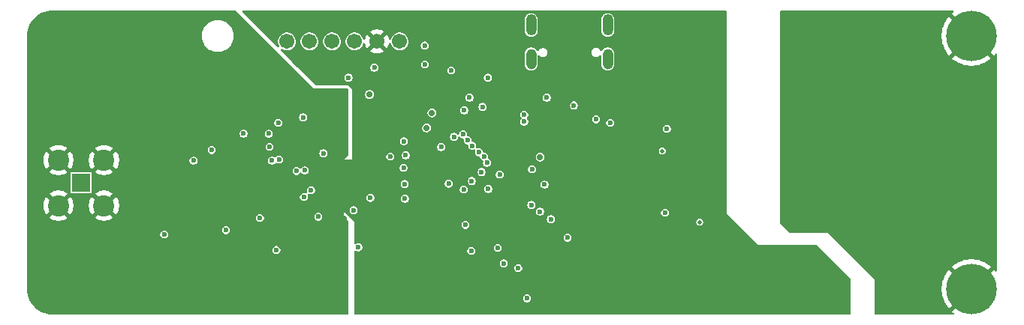
<source format=gbr>
%TF.GenerationSoftware,KiCad,Pcbnew,9.0.2+1*%
%TF.CreationDate,2025-07-24T16:09:37+01:00*%
%TF.ProjectId,OBC,4f42432e-6b69-4636-9164-5f7063625858,rev?*%
%TF.SameCoordinates,Original*%
%TF.FileFunction,Copper,L2,Inr*%
%TF.FilePolarity,Positive*%
%FSLAX45Y45*%
G04 Gerber Fmt 4.5, Leading zero omitted, Abs format (unit mm)*
G04 Created by KiCad (PCBNEW 9.0.2+1) date 2025-07-24 16:09:37*
%MOMM*%
%LPD*%
G01*
G04 APERTURE LIST*
%TA.AperFunction,ComponentPad*%
%ADD10R,2.100000X2.100000*%
%TD*%
%TA.AperFunction,ComponentPad*%
%ADD11C,2.400000*%
%TD*%
%TA.AperFunction,ComponentPad*%
%ADD12O,1.158000X2.316000*%
%TD*%
%TA.AperFunction,ComponentPad*%
%ADD13O,1.200000X2.400000*%
%TD*%
%TA.AperFunction,ComponentPad*%
%ADD14C,5.700000*%
%TD*%
%TA.AperFunction,ComponentPad*%
%ADD15C,1.701800*%
%TD*%
%TA.AperFunction,ViaPad*%
%ADD16C,0.500000*%
%TD*%
%TA.AperFunction,ViaPad*%
%ADD17C,0.600000*%
%TD*%
%TA.AperFunction,ViaPad*%
%ADD18C,0.700000*%
%TD*%
G04 APERTURE END LIST*
D10*
%TO.N,Net-(C19-Pad1)*%
%TO.C,J4*%
X10640000Y-10490000D03*
D11*
%TO.N,GND*%
X10897500Y-10747500D03*
X10897500Y-10232500D03*
X10382500Y-10232500D03*
X10382500Y-10747500D03*
%TD*%
D12*
%TO.N,unconnected-(J6-SHIELD-PadS1)_4*%
%TO.C,J6*%
X16579342Y-9088750D03*
%TO.N,unconnected-(J6-SHIELD-PadS1)_5*%
X15715342Y-9088750D03*
D13*
%TO.N,unconnected-(J6-SHIELD-PadS1)*%
X16579342Y-8706250D03*
%TO.N,unconnected-(J6-SHIELD-PadS1)_3*%
X15715342Y-8706250D03*
%TD*%
D14*
%TO.N,AGND*%
%TO.C,H2*%
X20680000Y-8830000D03*
%TD*%
%TO.N,AGND*%
%TO.C,H3*%
X20680000Y-11690000D03*
%TD*%
D15*
%TO.N,+5V*%
%TO.C,J1*%
X14230000Y-8890000D03*
%TO.N,GND*%
X13976000Y-8890000D03*
%TO.N,/Nav RX UART*%
X13722000Y-8890000D03*
%TO.N,/Nav TX UART*%
X13468000Y-8890000D03*
%TO.N,/Nav RTS UART*%
X13214000Y-8890000D03*
%TO.N,/Nav CTS UART*%
X12960000Y-8890000D03*
%TD*%
D16*
%TO.N,GND*%
X15681417Y-9490000D03*
D17*
X14360000Y-10370500D03*
X16670000Y-11950000D03*
D16*
X14601000Y-10924000D03*
D17*
X17700000Y-11950000D03*
D16*
X15048515Y-9213515D03*
X14145985Y-10760000D03*
D17*
X18225000Y-11950000D03*
X17270000Y-11450000D03*
X18500000Y-11685000D03*
X17526418Y-11255000D03*
D18*
X18966680Y-11821423D03*
D16*
X13943887Y-9285564D03*
D17*
X16655617Y-10090650D03*
X11855000Y-11945000D03*
X17576680Y-10734756D03*
X11155000Y-11945000D03*
D16*
X15837342Y-9219075D03*
D17*
X18050000Y-11950000D03*
X12205000Y-11945000D03*
X18575000Y-11950000D03*
X13443489Y-10124377D03*
X16293000Y-11667500D03*
X10990000Y-9895000D03*
D16*
X12914260Y-10625113D03*
D17*
X11675000Y-9085000D03*
X11330000Y-11945000D03*
X11670000Y-8610000D03*
X15950000Y-11000000D03*
D18*
X13002338Y-9494000D03*
D17*
X14774448Y-9283723D03*
X10995000Y-11440000D03*
D16*
X14806000Y-10879000D03*
D17*
X16596417Y-9590000D03*
X12580000Y-9085000D03*
X13875000Y-9165000D03*
D18*
X19056680Y-11738089D03*
D17*
X12468086Y-10883324D03*
X18925000Y-11950000D03*
D16*
X15294000Y-10790000D03*
X14904000Y-10430000D03*
D17*
X18400000Y-11950000D03*
X16335500Y-11580000D03*
D16*
X14426000Y-10909000D03*
D17*
X17180000Y-11140000D03*
X11505000Y-11945000D03*
X12380000Y-11945000D03*
X10610000Y-11795000D03*
D18*
X11801680Y-11494756D03*
X10643000Y-10974000D03*
D17*
X11325000Y-9085000D03*
X12872417Y-9984000D03*
X17020000Y-11450000D03*
X11420000Y-9005000D03*
X13977183Y-10667149D03*
X12905000Y-11945000D03*
X12680498Y-10959891D03*
D18*
X13601680Y-9494756D03*
D17*
X18218293Y-11570000D03*
X13430000Y-11750000D03*
D16*
X11902417Y-10518624D03*
X14027015Y-10878970D03*
D17*
X11495000Y-8610000D03*
X15541018Y-10038134D03*
D18*
X12401680Y-11494756D03*
D17*
X15809645Y-10112515D03*
D16*
X14904000Y-10260000D03*
D17*
X18150000Y-11685000D03*
X10610000Y-11445000D03*
D16*
X11707386Y-10518624D03*
X14390411Y-9920411D03*
D17*
X10728744Y-11323744D03*
D18*
X12702394Y-9494000D03*
X12701680Y-11494756D03*
D17*
X16150000Y-8740000D03*
X10420000Y-11620000D03*
X10306256Y-11323744D03*
X17600000Y-9972500D03*
X14587333Y-9618084D03*
X16835000Y-9715000D03*
X10182513Y-11447487D03*
X11060000Y-8694347D03*
X15818043Y-10567315D03*
X16825000Y-11950000D03*
X11935000Y-8695000D03*
D18*
X10155000Y-10562000D03*
X15306000Y-11729000D03*
X13602417Y-11194000D03*
D17*
X10316863Y-11200000D03*
X13152417Y-10559000D03*
X10690000Y-11715000D03*
X14524002Y-8857994D03*
X15460000Y-9000000D03*
D18*
X13301680Y-11494756D03*
D16*
X16457284Y-9281734D03*
D17*
X18393293Y-11570000D03*
D16*
X14734000Y-10260000D03*
X14914206Y-11259970D03*
D17*
X16050000Y-10375000D03*
X15240000Y-8760000D03*
X15911000Y-11424000D03*
X13356417Y-10440000D03*
X11500000Y-9085000D03*
X16185500Y-11690000D03*
D18*
X12402389Y-9494000D03*
D17*
X16705000Y-9455000D03*
X12430000Y-10435000D03*
X14920000Y-11950000D03*
X14506617Y-9224357D03*
X16920000Y-8885000D03*
X15800000Y-10740000D03*
X15095827Y-10412944D03*
D18*
X19056680Y-11821423D03*
X10343000Y-10974000D03*
X11201675Y-9494756D03*
X10155000Y-10262000D03*
D16*
X12816744Y-10528242D03*
D17*
X15684066Y-10406629D03*
X11155000Y-11590000D03*
X16023417Y-9479000D03*
X16750000Y-10075000D03*
D16*
X14201417Y-9500000D03*
D18*
X13601680Y-9794756D03*
D17*
X15464504Y-9968087D03*
X16476680Y-11254756D03*
D16*
X14904000Y-10090000D03*
D17*
X17525000Y-11950000D03*
X16430000Y-8740000D03*
X15289239Y-9790000D03*
D18*
X12101680Y-11494756D03*
D17*
X17350000Y-11950000D03*
X16700000Y-9025000D03*
X14860000Y-10565000D03*
D16*
X14989000Y-10345000D03*
X14814000Y-10350000D03*
D17*
X11235000Y-8694347D03*
X17500000Y-9725000D03*
X15445000Y-11950000D03*
X12230000Y-9085000D03*
D16*
X11902417Y-10421752D03*
D17*
X12730000Y-11945000D03*
X10420000Y-11445000D03*
X14946054Y-9509548D03*
D16*
X11804902Y-10518624D03*
D17*
X12405000Y-9400000D03*
X16930000Y-11140000D03*
X16656417Y-9901950D03*
D18*
X10802000Y-10009000D03*
D17*
X17875000Y-11950000D03*
D16*
X14648000Y-10375000D03*
D18*
X11101680Y-9699756D03*
X13602417Y-10894099D03*
D16*
X11902417Y-10615496D03*
D17*
X11145000Y-8610000D03*
X16630000Y-10960000D03*
X18325000Y-11685000D03*
X16145000Y-11950000D03*
X15555000Y-10880000D03*
X15970000Y-11950000D03*
X13605000Y-11750000D03*
X15664174Y-10686189D03*
X12476601Y-9855141D03*
X16495000Y-11950000D03*
D16*
X14422970Y-11041030D03*
D18*
X11501680Y-9494756D03*
D16*
X11240633Y-10374700D03*
D17*
X15620000Y-11950000D03*
X10990000Y-11097500D03*
X14395000Y-11950000D03*
D16*
X15272000Y-11178000D03*
D17*
X13550000Y-9295000D03*
D16*
X14106417Y-9500000D03*
X14723000Y-11357840D03*
D17*
X13880000Y-11950000D03*
X12200000Y-11050000D03*
D16*
X11804902Y-10421752D03*
D17*
X14916929Y-9070297D03*
X17576418Y-10610000D03*
X15795000Y-11950000D03*
X10340000Y-11525000D03*
X12468086Y-11008324D03*
X13255000Y-11945000D03*
X17575000Y-10420000D03*
D16*
X14819000Y-10175000D03*
X12816744Y-10431370D03*
D18*
X11802439Y-9494000D03*
D17*
X11680000Y-11945000D03*
X14775000Y-10045000D03*
X12783864Y-11300500D03*
X14164417Y-9158520D03*
D18*
X11102418Y-11293842D03*
D17*
X15691000Y-11254000D03*
X17475000Y-8851500D03*
X10610000Y-11620000D03*
X14858412Y-9159564D03*
D16*
X15161000Y-9099000D03*
X12914260Y-10528242D03*
D17*
X13255000Y-11750000D03*
X15855000Y-8740000D03*
D16*
X11707386Y-10421752D03*
D17*
X10193119Y-11323744D03*
X10185000Y-8694347D03*
D16*
X14574000Y-11377840D03*
D17*
X13133389Y-10721546D03*
X12370000Y-8610000D03*
X13350000Y-11670000D03*
D18*
X17227000Y-11790000D03*
X11201680Y-11494756D03*
D17*
X14220000Y-11950000D03*
X11502308Y-11096621D03*
X14586393Y-9932470D03*
D16*
X15477500Y-11037500D03*
D17*
X14164417Y-9278520D03*
X12776767Y-10007747D03*
X16380000Y-10960000D03*
X16976000Y-11789000D03*
X15149015Y-9318461D03*
D16*
X15396000Y-11113000D03*
D17*
X19275000Y-11950000D03*
D16*
X15034000Y-10915000D03*
D17*
X17611418Y-9615000D03*
X12405000Y-11585000D03*
X10885000Y-8694347D03*
D16*
X12719229Y-10431370D03*
D17*
X11930000Y-10165000D03*
D16*
X15736089Y-11009911D03*
D17*
X11595000Y-9005000D03*
D16*
X12788536Y-10167120D03*
X14106417Y-9675000D03*
X12719229Y-10625113D03*
D17*
X14800000Y-8743500D03*
D18*
X12102537Y-9494000D03*
D16*
X14201417Y-9675000D03*
D17*
X14903661Y-9800000D03*
X11410000Y-8694347D03*
D16*
X15941000Y-11646000D03*
X12914260Y-10431370D03*
X15589119Y-11130881D03*
D17*
X10430000Y-11200000D03*
X11156565Y-9390000D03*
D18*
X18966680Y-11738089D03*
D17*
X15503663Y-11491825D03*
X13311747Y-10797705D03*
X12065000Y-10055000D03*
X16925000Y-10375000D03*
X13525000Y-11670000D03*
D16*
X13908044Y-10997941D03*
D17*
X17136256Y-10071077D03*
X17142378Y-10754756D03*
X14224550Y-9967500D03*
X17606418Y-9360000D03*
X12020000Y-8610000D03*
D16*
X16197417Y-9340000D03*
D17*
X13766637Y-11144003D03*
X14745000Y-11950000D03*
D18*
X13601680Y-10094756D03*
D17*
X10340000Y-11700000D03*
D16*
X14034000Y-11150000D03*
D17*
X14410000Y-9030000D03*
D16*
X11707386Y-10615496D03*
D17*
X12815000Y-9880000D03*
D18*
X19056680Y-11571423D03*
D16*
X16268417Y-9239000D03*
X14201417Y-9587500D03*
D17*
X17000000Y-11950000D03*
D18*
X16486680Y-10375000D03*
D16*
X13721776Y-10875613D03*
X14989000Y-10175000D03*
X15388000Y-10948000D03*
X14474000Y-10800000D03*
D17*
X10420000Y-11795000D03*
X14520000Y-8575000D03*
D18*
X10943000Y-10974000D03*
D17*
X10852487Y-11447487D03*
D16*
X14304000Y-11160000D03*
D17*
X18568293Y-11570000D03*
X11760000Y-8695000D03*
X13605000Y-11945000D03*
X14365312Y-10220500D03*
X13933609Y-9422030D03*
D16*
X15311000Y-11029000D03*
D17*
X16565110Y-9872600D03*
X12555000Y-11945000D03*
X19100000Y-11950000D03*
X14210190Y-10562180D03*
D16*
X15548323Y-10464677D03*
D17*
X13262417Y-10335850D03*
X14055000Y-11950000D03*
X16726000Y-11789000D03*
D16*
X12719229Y-10528242D03*
X14257000Y-10742000D03*
D17*
X13946000Y-11329000D03*
D16*
X15074000Y-10260000D03*
D17*
X18750000Y-11950000D03*
D16*
X14185029Y-11278970D03*
D18*
X16576680Y-10375000D03*
X10202000Y-10008000D03*
D17*
X12922117Y-9861500D03*
D18*
X10155000Y-10862000D03*
D16*
X12816744Y-10625113D03*
D17*
X12325000Y-9005000D03*
X10605000Y-11200000D03*
X17175000Y-11950000D03*
D16*
X14346000Y-10829000D03*
X14106417Y-9587500D03*
D17*
X17611418Y-9485000D03*
D18*
X13001680Y-11494756D03*
D16*
X16098417Y-9239000D03*
D18*
X11102436Y-10000515D03*
D16*
X15179000Y-8915000D03*
D18*
X11501680Y-11494756D03*
D17*
X10690000Y-11540000D03*
X11845000Y-8610000D03*
X13080000Y-11945000D03*
X16074870Y-11054129D03*
D16*
X11804902Y-10615496D03*
D17*
X11585000Y-8694347D03*
X12195000Y-8610000D03*
X10718137Y-11200000D03*
D18*
X13302417Y-9494000D03*
D17*
X16394493Y-9824142D03*
D18*
X13602417Y-11494000D03*
X10502000Y-10008000D03*
D17*
X11320000Y-8610000D03*
X16494817Y-9346619D03*
X13115152Y-9820000D03*
X14199799Y-10207369D03*
X14885850Y-9667994D03*
D16*
X11588117Y-10901850D03*
D17*
X12500000Y-9005000D03*
X10445000Y-8610000D03*
X16320000Y-11950000D03*
X17725000Y-10825000D03*
D16*
X14726417Y-9470000D03*
D17*
X15163499Y-9706416D03*
X13062481Y-10280169D03*
X12405000Y-9085000D03*
X16373417Y-9496583D03*
X12030000Y-11945000D03*
X13615000Y-9165000D03*
X17610000Y-8851500D03*
X10841881Y-11323744D03*
X17611418Y-9105000D03*
X14360000Y-9315000D03*
X13430000Y-11945000D03*
D18*
X18966680Y-11571423D03*
D17*
X15363489Y-9861920D03*
X10980000Y-9550000D03*
%TO.N,+5V*%
X13656417Y-9300000D03*
X17246680Y-9879737D03*
X17224878Y-10827954D03*
%TO.N,+3.3V*%
X13232417Y-10574824D03*
X13162417Y-10349000D03*
X13766000Y-11219000D03*
X15406417Y-11400000D03*
X15936417Y-10900000D03*
X15725000Y-10335000D03*
X12872417Y-10227683D03*
D18*
X15816417Y-10199000D03*
D17*
X15669000Y-11795000D03*
X15040008Y-11259970D03*
D16*
X17195000Y-10130000D03*
D17*
%TO.N,/Nav TX UART*%
X13946575Y-9187407D03*
D18*
X14596417Y-9700000D03*
%TO.N,/Nav RX UART*%
X13891417Y-9490000D03*
D17*
X14844000Y-9970000D03*
%TO.N,/SD-Card  ~{CS} SPI*%
X15569000Y-11455000D03*
X16126000Y-11109000D03*
%TO.N,/SD-Card MISO SPI*%
X15339000Y-11225000D03*
X14974000Y-10965000D03*
%TO.N,VBUS*%
X15891917Y-9527500D03*
X16197417Y-9615000D03*
%TO.N,Net-(U1-DCC_FB)*%
X12656423Y-10886423D03*
X13068693Y-10355275D03*
%TO.N,/RADIO MISO SPI*%
X12792036Y-10239000D03*
X11907417Y-10239000D03*
X14301000Y-10179000D03*
%TO.N,/BUSY SX1280*%
X14276000Y-10319000D03*
X13152417Y-10649000D03*
%TO.N,/WRITE_RS*%
X15231000Y-10559000D03*
X15815000Y-10815000D03*
%TO.N,/RADIO MOSI SPI*%
X12111526Y-10118109D03*
X12765273Y-10081862D03*
X14126000Y-10194000D03*
%TO.N,/ENABLE_RS*%
X15046000Y-10469000D03*
X15716417Y-10740000D03*
%TO.N,Net-(MCU1-VREG_VOUT)*%
X15216869Y-10262500D03*
X14786000Y-10499000D03*
X15051000Y-10070000D03*
%TO.N,/DIO3 SX1280*%
X14701029Y-10085196D03*
X14289741Y-10503324D03*
%TO.N,/SX1280 ~{CS} SPI*%
X13371333Y-10155084D03*
X12863417Y-9810000D03*
%TO.N,/READ_RS*%
X15866417Y-10510000D03*
X15156037Y-10368192D03*
D18*
%TO.N,/~{PDN} NRF21540*%
X14536417Y-9870000D03*
D17*
X13142417Y-9749000D03*
%TO.N,/RADIO SCK SPI*%
X14281000Y-10019000D03*
X12472417Y-9934000D03*
X12757417Y-9934000D03*
%TO.N,/RX_EN NRF21540*%
X14291000Y-10669000D03*
X12842417Y-11249000D03*
%TO.N,/RP2040/USB_D+*%
X15127000Y-10144000D03*
X15636417Y-9719042D03*
%TO.N,/RP2040/USB_D-*%
X15636417Y-9798542D03*
X15184375Y-10193769D03*
%TO.N,/MODE NRF21540*%
X13901676Y-10660211D03*
X11577417Y-11074000D03*
%TO.N,/TX_EN NRF21540*%
X13316001Y-10872584D03*
X14954000Y-10565000D03*
X12272417Y-11024000D03*
X13711680Y-10799756D03*
D16*
%TO.N,/Buzzer*%
X17616680Y-10934756D03*
D17*
X15360000Y-10396000D03*
%TO.N,Net-(IC1-E2)*%
X16606417Y-9810000D03*
X16447526Y-9771109D03*
%TO.N,/RP2040/MCU SD3 SPI*%
X15226417Y-9300000D03*
X14998500Y-10010000D03*
%TO.N,/RP2040/MCU ~{CS} SPI*%
X14516417Y-9150000D03*
X14960823Y-9670000D03*
X14513794Y-8937659D03*
%TO.N,/RP2040/MCU SD0 SPI*%
X15166417Y-9630000D03*
X14948000Y-9942000D03*
%TO.N,/RP2040/MCU SD1 SPI*%
X14814000Y-9220000D03*
X15019293Y-9525707D03*
%TO.N,AGND*%
X19130000Y-9800000D03*
X19455000Y-10289506D03*
D18*
X19876680Y-11831423D03*
D17*
X20340000Y-11830000D03*
D18*
X19966680Y-11831423D03*
D17*
X19086256Y-10037273D03*
X18991680Y-9974756D03*
X19425000Y-10870000D03*
X20680000Y-11320000D03*
X20860000Y-11255000D03*
X20310000Y-8830000D03*
X20860000Y-9270000D03*
X20335000Y-11550000D03*
D16*
X19172500Y-8822500D03*
D17*
X20205000Y-8830000D03*
X19712443Y-9642256D03*
X19632443Y-9547256D03*
X20340000Y-8690000D03*
X18700000Y-8640000D03*
D16*
X18575000Y-8850000D03*
D18*
X19876680Y-11748089D03*
D17*
X20415000Y-11950000D03*
X20340000Y-9170000D03*
X18806418Y-9485000D03*
X19760000Y-11063162D03*
X19800000Y-10290000D03*
X20680000Y-9310000D03*
X19225000Y-9070000D03*
X19678774Y-11151999D03*
X18806680Y-10736000D03*
X19505000Y-10950000D03*
X20245000Y-11515000D03*
X20940000Y-11430000D03*
X20245000Y-8650000D03*
X18806418Y-9360000D03*
X18695000Y-9705000D03*
X20095000Y-10290000D03*
X19775000Y-10890000D03*
X20940000Y-9095000D03*
D16*
X19038418Y-8710000D03*
D17*
X18806019Y-10607399D03*
X19088774Y-10878838D03*
X19210000Y-9545000D03*
D18*
X19966680Y-11664756D03*
D17*
X20180000Y-9900000D03*
X20680000Y-11220000D03*
X18807418Y-10101000D03*
X18796680Y-10481000D03*
X20820000Y-9170000D03*
X18807418Y-9972500D03*
X20420000Y-11430000D03*
X20420000Y-8570000D03*
X19225000Y-9245000D03*
X20540000Y-11345000D03*
X19168774Y-10958838D03*
X20540000Y-9175000D03*
X20210000Y-11690000D03*
X19130000Y-9625000D03*
X19680000Y-10950000D03*
X20017500Y-10730000D03*
X19295000Y-10290000D03*
X20680000Y-9200000D03*
X19210000Y-9720000D03*
X20310000Y-11690000D03*
X19225000Y-9420000D03*
X18856418Y-8725000D03*
X20245000Y-11865000D03*
X20820000Y-11350000D03*
X18991680Y-10114756D03*
X20335000Y-8975000D03*
D18*
X19966680Y-11748089D03*
D17*
X18806418Y-9610000D03*
X18806418Y-9230000D03*
X18912000Y-10959000D03*
X19712443Y-9817256D03*
X20430000Y-9082500D03*
X19632443Y-9722256D03*
%TD*%
%TA.AperFunction,Conductor*%
%TO.N,AGND*%
G36*
X20477290Y-8542019D02*
G01*
X20481865Y-8547299D01*
X20482860Y-8554215D01*
X20479957Y-8560570D01*
X20478452Y-8562035D01*
X20461392Y-8576036D01*
X20461392Y-8576037D01*
X20585930Y-8700575D01*
X20575767Y-8707959D01*
X20557959Y-8725767D01*
X20550575Y-8735930D01*
X20426037Y-8611392D01*
X20426036Y-8611392D01*
X20410601Y-8630200D01*
X20410601Y-8630200D01*
X20392315Y-8657567D01*
X20392314Y-8657569D01*
X20376799Y-8686596D01*
X20376799Y-8686596D01*
X20364203Y-8717005D01*
X20354648Y-8748504D01*
X20354647Y-8748504D01*
X20348226Y-8780786D01*
X20345000Y-8813543D01*
X20345000Y-8846457D01*
X20348226Y-8879214D01*
X20354647Y-8911496D01*
X20354648Y-8911496D01*
X20364203Y-8942995D01*
X20376799Y-8973404D01*
X20376799Y-8973404D01*
X20392314Y-9002431D01*
X20392315Y-9002433D01*
X20410601Y-9029800D01*
X20410601Y-9029800D01*
X20426036Y-9048608D01*
X20426037Y-9048608D01*
X20550575Y-8924070D01*
X20557959Y-8934233D01*
X20575767Y-8952041D01*
X20585930Y-8959425D01*
X20461392Y-9083963D01*
X20461392Y-9083963D01*
X20480200Y-9099399D01*
X20480200Y-9099399D01*
X20507567Y-9117685D01*
X20507569Y-9117686D01*
X20536596Y-9133201D01*
X20536596Y-9133201D01*
X20567005Y-9145797D01*
X20598504Y-9155352D01*
X20598504Y-9155353D01*
X20630786Y-9161774D01*
X20663543Y-9165000D01*
X20696457Y-9165000D01*
X20729214Y-9161774D01*
X20761496Y-9155353D01*
X20761496Y-9155352D01*
X20792995Y-9145797D01*
X20823404Y-9133201D01*
X20823404Y-9133201D01*
X20852431Y-9117686D01*
X20852433Y-9117685D01*
X20879800Y-9099399D01*
X20898608Y-9083964D01*
X20898608Y-9083963D01*
X20774070Y-8959425D01*
X20784233Y-8952041D01*
X20802041Y-8934233D01*
X20809425Y-8924070D01*
X20933963Y-9048608D01*
X20933964Y-9048608D01*
X20947965Y-9031548D01*
X20953739Y-9027614D01*
X20960724Y-9027427D01*
X20966701Y-9031046D01*
X20969772Y-9037322D01*
X20969950Y-9039414D01*
X20969950Y-11480586D01*
X20967982Y-11487290D01*
X20962701Y-11491865D01*
X20955785Y-11492860D01*
X20949430Y-11489957D01*
X20947965Y-11488452D01*
X20933964Y-11471392D01*
X20933963Y-11471392D01*
X20809425Y-11595930D01*
X20802041Y-11585767D01*
X20784233Y-11567959D01*
X20774070Y-11560575D01*
X20898608Y-11436036D01*
X20898608Y-11436036D01*
X20879800Y-11420601D01*
X20879800Y-11420601D01*
X20852433Y-11402315D01*
X20852431Y-11402314D01*
X20823404Y-11386799D01*
X20823404Y-11386798D01*
X20792995Y-11374202D01*
X20761496Y-11364647D01*
X20761496Y-11364647D01*
X20729214Y-11358226D01*
X20696457Y-11355000D01*
X20663543Y-11355000D01*
X20630786Y-11358226D01*
X20598504Y-11364647D01*
X20598504Y-11364647D01*
X20567005Y-11374202D01*
X20536596Y-11386798D01*
X20536596Y-11386799D01*
X20507569Y-11402314D01*
X20507567Y-11402315D01*
X20480200Y-11420601D01*
X20480200Y-11420601D01*
X20461392Y-11436036D01*
X20461392Y-11436036D01*
X20585930Y-11560575D01*
X20575767Y-11567959D01*
X20557959Y-11585767D01*
X20550575Y-11595930D01*
X20426037Y-11471392D01*
X20426036Y-11471392D01*
X20410601Y-11490200D01*
X20410601Y-11490200D01*
X20392315Y-11517567D01*
X20392314Y-11517569D01*
X20376799Y-11546595D01*
X20376799Y-11546596D01*
X20364203Y-11577005D01*
X20354648Y-11608504D01*
X20354647Y-11608504D01*
X20348226Y-11640786D01*
X20345000Y-11673543D01*
X20345000Y-11706457D01*
X20348226Y-11739214D01*
X20354647Y-11771496D01*
X20354648Y-11771496D01*
X20364203Y-11802995D01*
X20376799Y-11833404D01*
X20376799Y-11833404D01*
X20392314Y-11862431D01*
X20392315Y-11862433D01*
X20410601Y-11889799D01*
X20410601Y-11889800D01*
X20426036Y-11908608D01*
X20426037Y-11908608D01*
X20550575Y-11784070D01*
X20557959Y-11794233D01*
X20575767Y-11812041D01*
X20585930Y-11819425D01*
X20461392Y-11943963D01*
X20461392Y-11943963D01*
X20478452Y-11957965D01*
X20482386Y-11963739D01*
X20482573Y-11970724D01*
X20478954Y-11976700D01*
X20472679Y-11979772D01*
X20470586Y-11979950D01*
X19601080Y-11979950D01*
X19594377Y-11977981D01*
X19589801Y-11972701D01*
X19588680Y-11967550D01*
X19588680Y-11580771D01*
X19588680Y-11580771D01*
X19525500Y-11517567D01*
X19062227Y-11054120D01*
X18628830Y-11054120D01*
X18622126Y-11052152D01*
X18620046Y-11050473D01*
X18526297Y-10956385D01*
X18522959Y-10950247D01*
X18522680Y-10947633D01*
X18522680Y-8552450D01*
X18524649Y-8545746D01*
X18529929Y-8541171D01*
X18535080Y-8540050D01*
X20470586Y-8540050D01*
X20477290Y-8542019D01*
G37*
%TD.AperFunction*%
%TD*%
%TA.AperFunction,Conductor*%
%TO.N,GND*%
G36*
X12383533Y-8542019D02*
G01*
X12385598Y-8543683D01*
X13143744Y-9302032D01*
X13261680Y-9420000D01*
X13640015Y-9420000D01*
X13646719Y-9421969D01*
X13651294Y-9427249D01*
X13652415Y-9432403D01*
X13652341Y-9767560D01*
X13652251Y-10172533D01*
X13650281Y-10179236D01*
X13648619Y-10181298D01*
X13602417Y-10227500D01*
X13602417Y-10227500D01*
X13602466Y-10227500D01*
X13698251Y-10227549D01*
X13698234Y-10188069D01*
X14080950Y-10188069D01*
X14080950Y-10199931D01*
X14084020Y-10211389D01*
X14089951Y-10221661D01*
X14098339Y-10230049D01*
X14108611Y-10235980D01*
X14120069Y-10239050D01*
X14120069Y-10239050D01*
X14131931Y-10239050D01*
X14131931Y-10239050D01*
X14143389Y-10235980D01*
X14153661Y-10230049D01*
X14162049Y-10221661D01*
X14167980Y-10211389D01*
X14171050Y-10199931D01*
X14171050Y-10188069D01*
X14167980Y-10176611D01*
X14165935Y-10173069D01*
X14255950Y-10173069D01*
X14255950Y-10184931D01*
X14259020Y-10196389D01*
X14264951Y-10206661D01*
X14273339Y-10215049D01*
X14283611Y-10220980D01*
X14295069Y-10224050D01*
X14295069Y-10224050D01*
X14306931Y-10224050D01*
X14306931Y-10224050D01*
X14318389Y-10220980D01*
X14328661Y-10215049D01*
X14337049Y-10206661D01*
X14342980Y-10196389D01*
X14346050Y-10184931D01*
X14346050Y-10173069D01*
X14342980Y-10161611D01*
X14337049Y-10151339D01*
X14328661Y-10142951D01*
X14318389Y-10137020D01*
X14306931Y-10133950D01*
X14295069Y-10133950D01*
X14283611Y-10137020D01*
X14283611Y-10137020D01*
X14283611Y-10137020D01*
X14273339Y-10142951D01*
X14273338Y-10142951D01*
X14264951Y-10151338D01*
X14264951Y-10151339D01*
X14259024Y-10161605D01*
X14259020Y-10161611D01*
X14255950Y-10173069D01*
X14165935Y-10173069D01*
X14162049Y-10166339D01*
X14153661Y-10157951D01*
X14143389Y-10152020D01*
X14131931Y-10148950D01*
X14120069Y-10148950D01*
X14108611Y-10152020D01*
X14108611Y-10152020D01*
X14108611Y-10152020D01*
X14098339Y-10157951D01*
X14098338Y-10157951D01*
X14089951Y-10166338D01*
X14089951Y-10166339D01*
X14086065Y-10173069D01*
X14084020Y-10176611D01*
X14080950Y-10188069D01*
X13698234Y-10188069D01*
X13698187Y-10079266D01*
X14655979Y-10079266D01*
X14655979Y-10091127D01*
X14659050Y-10102585D01*
X14664981Y-10112858D01*
X14673368Y-10121245D01*
X14683641Y-10127176D01*
X14695099Y-10130246D01*
X14695099Y-10130246D01*
X14706960Y-10130246D01*
X14706960Y-10130246D01*
X14718418Y-10127176D01*
X14728691Y-10121245D01*
X14737078Y-10112858D01*
X14743009Y-10102585D01*
X14746079Y-10091127D01*
X14746079Y-10079266D01*
X14743009Y-10067808D01*
X14737078Y-10057535D01*
X14728691Y-10049148D01*
X14718418Y-10043217D01*
X14706960Y-10040146D01*
X14695099Y-10040146D01*
X14683641Y-10043217D01*
X14683641Y-10043217D01*
X14683641Y-10043217D01*
X14673368Y-10049148D01*
X14673368Y-10049148D01*
X14664981Y-10057535D01*
X14664981Y-10057535D01*
X14661208Y-10064069D01*
X14659050Y-10067808D01*
X14655979Y-10079266D01*
X13698187Y-10079266D01*
X13698159Y-10013069D01*
X14235950Y-10013069D01*
X14235950Y-10024931D01*
X14239020Y-10036389D01*
X14244951Y-10046661D01*
X14253339Y-10055049D01*
X14263611Y-10060980D01*
X14275069Y-10064050D01*
X14275069Y-10064050D01*
X14286931Y-10064050D01*
X14286931Y-10064050D01*
X14298389Y-10060980D01*
X14308661Y-10055049D01*
X14317049Y-10046661D01*
X14322980Y-10036389D01*
X14326050Y-10024931D01*
X14326050Y-10013069D01*
X14322980Y-10001611D01*
X14317049Y-9991339D01*
X14308661Y-9982951D01*
X14298389Y-9977020D01*
X14286931Y-9973950D01*
X14275069Y-9973950D01*
X14263611Y-9977020D01*
X14263611Y-9977020D01*
X14263611Y-9977020D01*
X14253339Y-9982951D01*
X14253338Y-9982951D01*
X14244951Y-9991338D01*
X14244951Y-9991339D01*
X14239020Y-10001611D01*
X14235950Y-10013069D01*
X13698159Y-10013069D01*
X13698137Y-9964069D01*
X14798950Y-9964069D01*
X14798950Y-9975931D01*
X14802020Y-9987389D01*
X14807951Y-9997661D01*
X14816339Y-10006049D01*
X14826611Y-10011980D01*
X14838069Y-10015050D01*
X14838069Y-10015050D01*
X14849931Y-10015050D01*
X14849931Y-10015050D01*
X14861389Y-10011980D01*
X14871661Y-10006049D01*
X14880049Y-9997661D01*
X14885980Y-9987389D01*
X14889050Y-9975931D01*
X14889050Y-9975931D01*
X14889156Y-9975125D01*
X14889378Y-9975154D01*
X14891018Y-9969569D01*
X14896299Y-9964993D01*
X14903215Y-9963999D01*
X14909570Y-9966902D01*
X14911371Y-9969082D01*
X14911456Y-9969016D01*
X14911951Y-9969661D01*
X14911951Y-9969661D01*
X14920339Y-9978049D01*
X14930611Y-9983980D01*
X14942069Y-9987050D01*
X14942069Y-9987050D01*
X14942875Y-9987156D01*
X14942850Y-9987344D01*
X14948554Y-9989019D01*
X14953130Y-9994299D01*
X14954124Y-10001215D01*
X14953828Y-10002658D01*
X14953450Y-10004069D01*
X14953450Y-10015931D01*
X14956520Y-10027389D01*
X14962451Y-10037661D01*
X14970839Y-10046049D01*
X14981111Y-10051980D01*
X14992569Y-10055050D01*
X14992569Y-10055050D01*
X14993550Y-10055050D01*
X15000254Y-10057019D01*
X15004829Y-10062299D01*
X15005950Y-10067450D01*
X15005950Y-10075931D01*
X15009020Y-10087389D01*
X15014951Y-10097661D01*
X15023339Y-10106049D01*
X15033611Y-10111980D01*
X15045069Y-10115050D01*
X15045069Y-10115050D01*
X15056931Y-10115050D01*
X15056931Y-10115050D01*
X15068389Y-10111980D01*
X15068389Y-10111980D01*
X15069174Y-10111770D01*
X15069215Y-10111926D01*
X15075222Y-10111280D01*
X15081470Y-10114407D01*
X15085036Y-10120416D01*
X15084998Y-10126692D01*
X15084869Y-10127176D01*
X15081950Y-10138069D01*
X15081950Y-10149931D01*
X15085020Y-10161389D01*
X15090951Y-10171661D01*
X15099339Y-10180049D01*
X15109611Y-10185980D01*
X15121069Y-10189050D01*
X15121069Y-10189050D01*
X15127049Y-10189050D01*
X15133753Y-10191019D01*
X15138328Y-10196299D01*
X15139082Y-10198923D01*
X15139115Y-10198915D01*
X15139325Y-10199699D01*
X15139325Y-10199700D01*
X15142395Y-10211157D01*
X15148326Y-10221430D01*
X15156714Y-10229818D01*
X15166987Y-10235749D01*
X15167690Y-10236155D01*
X15167522Y-10236446D01*
X15171749Y-10239850D01*
X15173957Y-10246479D01*
X15173543Y-10250134D01*
X15171819Y-10256569D01*
X15171819Y-10256569D01*
X15171819Y-10268431D01*
X15174889Y-10279889D01*
X15180820Y-10290161D01*
X15189207Y-10298549D01*
X15199480Y-10304480D01*
X15210938Y-10307550D01*
X15210938Y-10307550D01*
X15222799Y-10307550D01*
X15222799Y-10307550D01*
X15234257Y-10304480D01*
X15244530Y-10298549D01*
X15252917Y-10290161D01*
X15258848Y-10279889D01*
X15261919Y-10268431D01*
X15261919Y-10256569D01*
X15258848Y-10245111D01*
X15252917Y-10234839D01*
X15244530Y-10226451D01*
X15234257Y-10220520D01*
X15234257Y-10220520D01*
X15233553Y-10220114D01*
X15233721Y-10219824D01*
X15232811Y-10219091D01*
X15230491Y-10217672D01*
X15230132Y-10216930D01*
X15229490Y-10216412D01*
X15228632Y-10213831D01*
X15227447Y-10211383D01*
X15227494Y-10210408D01*
X15227286Y-10209782D01*
X15227368Y-10207855D01*
X15227474Y-10206983D01*
X15229425Y-10199700D01*
X15229425Y-10192411D01*
X15766367Y-10192411D01*
X15766367Y-10205589D01*
X15767326Y-10209165D01*
X15769778Y-10218319D01*
X15771708Y-10221661D01*
X15776367Y-10229731D01*
X15785686Y-10239050D01*
X15797099Y-10245639D01*
X15809828Y-10249050D01*
X15809828Y-10249050D01*
X15823006Y-10249050D01*
X15823007Y-10249050D01*
X15835736Y-10245639D01*
X15847149Y-10239050D01*
X15856467Y-10229731D01*
X15863057Y-10218319D01*
X15866467Y-10205589D01*
X15866467Y-10192411D01*
X15863057Y-10179681D01*
X15856467Y-10168269D01*
X15847149Y-10158950D01*
X15839600Y-10154591D01*
X15835736Y-10152361D01*
X15826667Y-10149931D01*
X15823007Y-10148950D01*
X15809828Y-10148950D01*
X15797099Y-10152361D01*
X15785686Y-10158950D01*
X15785686Y-10158950D01*
X15776368Y-10168268D01*
X15776367Y-10168269D01*
X15769778Y-10179681D01*
X15768372Y-10184931D01*
X15766367Y-10192411D01*
X15229425Y-10192411D01*
X15229425Y-10187838D01*
X15226355Y-10176380D01*
X15220424Y-10166108D01*
X15212036Y-10157720D01*
X15201764Y-10151789D01*
X15190306Y-10148719D01*
X15184326Y-10148719D01*
X15181615Y-10147923D01*
X15178831Y-10147435D01*
X15178307Y-10146951D01*
X15177623Y-10146750D01*
X15175772Y-10144615D01*
X15173694Y-10142699D01*
X15173412Y-10141891D01*
X15173047Y-10141470D01*
X15172327Y-10139445D01*
X15172050Y-10138382D01*
X15172050Y-10138069D01*
X15168980Y-10126611D01*
X15167892Y-10124727D01*
X17154950Y-10124727D01*
X17154950Y-10135273D01*
X17156790Y-10142140D01*
X17157679Y-10145459D01*
X17157679Y-10145459D01*
X17158021Y-10146050D01*
X17162952Y-10154591D01*
X17170409Y-10162048D01*
X17179541Y-10167321D01*
X17189727Y-10170050D01*
X17189728Y-10170050D01*
X17200273Y-10170050D01*
X17200273Y-10170050D01*
X17210459Y-10167321D01*
X17219591Y-10162048D01*
X17227048Y-10154591D01*
X17232321Y-10145459D01*
X17235050Y-10135273D01*
X17235050Y-10124727D01*
X17232321Y-10114541D01*
X17227048Y-10105409D01*
X17219591Y-10097952D01*
X17210459Y-10092679D01*
X17200273Y-10089950D01*
X17189727Y-10089950D01*
X17179541Y-10092679D01*
X17179541Y-10092679D01*
X17170409Y-10097952D01*
X17162952Y-10105409D01*
X17157679Y-10114541D01*
X17157679Y-10114541D01*
X17154950Y-10124727D01*
X15167892Y-10124727D01*
X15163049Y-10116339D01*
X15154661Y-10107951D01*
X15144389Y-10102020D01*
X15132931Y-10098950D01*
X15121069Y-10098950D01*
X15109611Y-10102020D01*
X15109611Y-10102020D01*
X15108826Y-10102231D01*
X15108785Y-10102075D01*
X15102775Y-10102720D01*
X15096528Y-10099592D01*
X15092964Y-10093582D01*
X15093001Y-10087308D01*
X15096050Y-10075931D01*
X15096050Y-10064069D01*
X15092980Y-10052611D01*
X15087049Y-10042339D01*
X15078661Y-10033951D01*
X15068389Y-10028020D01*
X15056931Y-10024950D01*
X15055950Y-10024950D01*
X15049246Y-10022982D01*
X15044671Y-10017701D01*
X15043550Y-10012550D01*
X15043550Y-10004069D01*
X15043550Y-10004069D01*
X15040480Y-9992611D01*
X15034549Y-9982339D01*
X15026161Y-9973951D01*
X15015889Y-9968020D01*
X15004431Y-9964950D01*
X15004430Y-9964950D01*
X15003625Y-9964844D01*
X15003649Y-9964656D01*
X14997946Y-9962982D01*
X14993370Y-9957701D01*
X14992376Y-9950785D01*
X14992672Y-9949342D01*
X14993050Y-9947931D01*
X14993050Y-9936069D01*
X14989980Y-9924611D01*
X14984049Y-9914339D01*
X14975661Y-9905951D01*
X14965389Y-9900020D01*
X14953931Y-9896950D01*
X14942069Y-9896950D01*
X14930611Y-9900020D01*
X14930611Y-9900020D01*
X14930611Y-9900020D01*
X14920339Y-9905951D01*
X14920338Y-9905951D01*
X14911951Y-9914338D01*
X14911951Y-9914339D01*
X14910623Y-9916639D01*
X14906020Y-9924611D01*
X14905107Y-9928020D01*
X14902950Y-9936069D01*
X14902844Y-9936875D01*
X14902621Y-9936846D01*
X14900981Y-9942431D01*
X14895701Y-9947007D01*
X14888785Y-9948001D01*
X14882430Y-9945098D01*
X14880629Y-9942918D01*
X14880544Y-9942984D01*
X14880049Y-9942339D01*
X14880049Y-9942339D01*
X14871661Y-9933951D01*
X14861389Y-9928020D01*
X14849931Y-9924950D01*
X14838069Y-9924950D01*
X14826611Y-9928020D01*
X14826611Y-9928020D01*
X14826611Y-9928020D01*
X14816339Y-9933951D01*
X14816338Y-9933951D01*
X14807951Y-9942338D01*
X14807951Y-9942339D01*
X14802020Y-9952611D01*
X14798950Y-9964069D01*
X13698137Y-9964069D01*
X13698094Y-9863411D01*
X14486367Y-9863411D01*
X14486367Y-9876589D01*
X14489778Y-9889319D01*
X14493073Y-9895025D01*
X14496367Y-9900731D01*
X14505686Y-9910050D01*
X14517099Y-9916639D01*
X14529828Y-9920050D01*
X14529828Y-9920050D01*
X14543006Y-9920050D01*
X14543007Y-9920050D01*
X14555736Y-9916639D01*
X14567149Y-9910050D01*
X14576467Y-9900731D01*
X14583057Y-9889319D01*
X14586467Y-9876589D01*
X14586467Y-9873806D01*
X17201630Y-9873806D01*
X17201630Y-9885668D01*
X17204701Y-9897126D01*
X17210632Y-9907398D01*
X17219019Y-9915786D01*
X17229292Y-9921717D01*
X17240750Y-9924787D01*
X17240750Y-9924787D01*
X17252611Y-9924787D01*
X17252611Y-9924787D01*
X17264069Y-9921717D01*
X17274342Y-9915786D01*
X17282729Y-9907398D01*
X17288660Y-9897126D01*
X17291730Y-9885668D01*
X17291730Y-9873806D01*
X17288660Y-9862349D01*
X17282729Y-9852076D01*
X17274342Y-9843688D01*
X17264069Y-9837757D01*
X17252611Y-9834687D01*
X17240750Y-9834687D01*
X17229292Y-9837757D01*
X17229292Y-9837757D01*
X17229292Y-9837757D01*
X17219019Y-9843688D01*
X17219019Y-9843688D01*
X17210632Y-9852076D01*
X17210632Y-9852076D01*
X17204701Y-9862349D01*
X17201630Y-9873806D01*
X14586467Y-9873806D01*
X14586467Y-9863411D01*
X14583057Y-9850681D01*
X14576467Y-9839269D01*
X14567149Y-9829950D01*
X14561442Y-9826655D01*
X14555736Y-9823361D01*
X14549371Y-9821655D01*
X14543007Y-9819950D01*
X14529828Y-9819950D01*
X14517099Y-9823361D01*
X14505686Y-9829950D01*
X14505686Y-9829950D01*
X14496368Y-9839268D01*
X14496367Y-9839269D01*
X14489778Y-9850681D01*
X14486367Y-9863411D01*
X13698094Y-9863411D01*
X13698020Y-9693411D01*
X14546367Y-9693411D01*
X14546367Y-9706589D01*
X14547812Y-9711980D01*
X14549778Y-9719319D01*
X14553042Y-9724972D01*
X14556367Y-9730731D01*
X14565686Y-9740050D01*
X14577099Y-9746639D01*
X14589828Y-9750050D01*
X14589828Y-9750050D01*
X14603006Y-9750050D01*
X14603007Y-9750050D01*
X14615736Y-9746639D01*
X14627149Y-9740050D01*
X14636467Y-9730731D01*
X14643057Y-9719319D01*
X14646467Y-9706589D01*
X14646467Y-9693411D01*
X14643057Y-9680681D01*
X14636467Y-9669269D01*
X14631268Y-9664069D01*
X14915773Y-9664069D01*
X14915773Y-9675931D01*
X14918843Y-9687389D01*
X14924774Y-9697661D01*
X14933162Y-9706049D01*
X14943434Y-9711980D01*
X14954892Y-9715050D01*
X14954892Y-9715050D01*
X14966754Y-9715050D01*
X14966754Y-9715050D01*
X14973991Y-9713111D01*
X15591367Y-9713111D01*
X15591367Y-9724973D01*
X15594438Y-9736430D01*
X15600369Y-9746703D01*
X15600369Y-9746703D01*
X15603689Y-9750024D01*
X15607038Y-9756156D01*
X15606539Y-9763125D01*
X15603689Y-9767560D01*
X15600369Y-9770880D01*
X15600369Y-9770881D01*
X15594438Y-9781153D01*
X15591367Y-9792611D01*
X15591367Y-9804473D01*
X15594438Y-9815930D01*
X15600369Y-9826203D01*
X15608756Y-9834591D01*
X15619029Y-9840522D01*
X15630487Y-9843592D01*
X15630487Y-9843592D01*
X15642348Y-9843592D01*
X15642348Y-9843592D01*
X15653806Y-9840522D01*
X15664079Y-9834591D01*
X15672466Y-9826203D01*
X15678397Y-9815930D01*
X15681467Y-9804473D01*
X15681467Y-9792611D01*
X15678397Y-9781153D01*
X15672466Y-9770881D01*
X15668955Y-9767369D01*
X15668773Y-9767171D01*
X15667795Y-9765178D01*
X16402476Y-9765178D01*
X16402476Y-9777040D01*
X16405547Y-9788498D01*
X16411478Y-9798771D01*
X16419865Y-9807158D01*
X16430138Y-9813089D01*
X16441596Y-9816159D01*
X16441596Y-9816159D01*
X16453457Y-9816159D01*
X16453457Y-9816159D01*
X16464915Y-9813089D01*
X16475188Y-9807158D01*
X16478277Y-9804069D01*
X16561367Y-9804069D01*
X16561367Y-9815931D01*
X16564438Y-9827389D01*
X16570369Y-9837661D01*
X16578756Y-9846049D01*
X16589029Y-9851980D01*
X16600487Y-9855050D01*
X16600487Y-9855050D01*
X16612348Y-9855050D01*
X16612348Y-9855050D01*
X16623806Y-9851980D01*
X16634079Y-9846049D01*
X16642466Y-9837661D01*
X16648397Y-9827389D01*
X16651467Y-9815931D01*
X16651467Y-9804069D01*
X16648397Y-9792611D01*
X16642466Y-9782339D01*
X16634079Y-9773951D01*
X16623806Y-9768020D01*
X16612348Y-9764950D01*
X16600487Y-9764950D01*
X16589029Y-9768020D01*
X16589029Y-9768020D01*
X16589029Y-9768020D01*
X16578756Y-9773951D01*
X16578756Y-9773951D01*
X16570369Y-9782338D01*
X16570369Y-9782339D01*
X16565380Y-9790980D01*
X16564438Y-9792611D01*
X16561367Y-9804069D01*
X16478277Y-9804069D01*
X16483575Y-9798771D01*
X16489506Y-9788498D01*
X16492576Y-9777040D01*
X16492576Y-9765178D01*
X16489506Y-9753721D01*
X16483575Y-9743448D01*
X16475188Y-9735060D01*
X16464915Y-9729129D01*
X16453457Y-9726059D01*
X16441596Y-9726059D01*
X16430138Y-9729129D01*
X16430138Y-9729129D01*
X16430138Y-9729129D01*
X16419865Y-9735060D01*
X16419865Y-9735061D01*
X16411478Y-9743448D01*
X16411478Y-9743448D01*
X16409598Y-9746703D01*
X16405547Y-9753721D01*
X16402476Y-9765178D01*
X15667795Y-9765178D01*
X15667347Y-9764266D01*
X15665797Y-9761428D01*
X15665817Y-9761149D01*
X15665694Y-9760899D01*
X15666065Y-9757685D01*
X15666296Y-9754458D01*
X15666468Y-9754190D01*
X15666495Y-9753958D01*
X15667064Y-9753263D01*
X15669146Y-9750024D01*
X15672466Y-9746703D01*
X15678397Y-9736430D01*
X15681467Y-9724973D01*
X15681467Y-9713111D01*
X15678397Y-9701653D01*
X15672466Y-9691381D01*
X15664079Y-9682993D01*
X15653806Y-9677062D01*
X15642348Y-9673992D01*
X15630487Y-9673992D01*
X15619029Y-9677062D01*
X15619029Y-9677062D01*
X15619029Y-9677062D01*
X15608756Y-9682993D01*
X15608756Y-9682993D01*
X15600369Y-9691380D01*
X15600369Y-9691381D01*
X15594438Y-9701653D01*
X15591367Y-9713111D01*
X14973991Y-9713111D01*
X14978212Y-9711980D01*
X14988484Y-9706049D01*
X14996872Y-9697661D01*
X15002803Y-9687389D01*
X15005873Y-9675931D01*
X15005873Y-9664069D01*
X15002803Y-9652611D01*
X14996872Y-9642339D01*
X14988484Y-9633951D01*
X14978212Y-9628020D01*
X14966754Y-9624950D01*
X14954892Y-9624950D01*
X14943434Y-9628020D01*
X14943434Y-9628020D01*
X14943434Y-9628020D01*
X14933162Y-9633951D01*
X14933161Y-9633951D01*
X14924774Y-9642338D01*
X14924774Y-9642339D01*
X14921859Y-9647389D01*
X14918843Y-9652611D01*
X14915773Y-9664069D01*
X14631268Y-9664069D01*
X14627149Y-9659950D01*
X14618662Y-9655050D01*
X14615736Y-9653361D01*
X14607107Y-9651049D01*
X14603007Y-9649950D01*
X14589828Y-9649950D01*
X14577099Y-9653361D01*
X14565686Y-9659950D01*
X14565686Y-9659950D01*
X14556368Y-9669268D01*
X14556367Y-9669269D01*
X14549778Y-9680681D01*
X14548902Y-9683951D01*
X14546367Y-9693411D01*
X13698020Y-9693411D01*
X13697990Y-9624069D01*
X15121367Y-9624069D01*
X15121367Y-9635931D01*
X15124438Y-9647389D01*
X15130369Y-9657661D01*
X15138756Y-9666049D01*
X15149029Y-9671980D01*
X15160487Y-9675050D01*
X15160487Y-9675050D01*
X15172348Y-9675050D01*
X15172348Y-9675050D01*
X15183806Y-9671980D01*
X15194079Y-9666049D01*
X15202466Y-9657661D01*
X15208397Y-9647389D01*
X15211467Y-9635931D01*
X15211467Y-9624069D01*
X15208397Y-9612611D01*
X15206352Y-9609069D01*
X16152367Y-9609069D01*
X16152367Y-9620931D01*
X16155438Y-9632389D01*
X16161369Y-9642661D01*
X16169756Y-9651049D01*
X16180029Y-9656980D01*
X16191487Y-9660050D01*
X16191487Y-9660050D01*
X16203348Y-9660050D01*
X16203348Y-9660050D01*
X16214806Y-9656980D01*
X16225079Y-9651049D01*
X16233466Y-9642661D01*
X16239397Y-9632389D01*
X16242467Y-9620931D01*
X16242467Y-9609069D01*
X16239397Y-9597611D01*
X16233466Y-9587339D01*
X16225079Y-9578951D01*
X16214806Y-9573020D01*
X16203348Y-9569950D01*
X16191487Y-9569950D01*
X16180029Y-9573020D01*
X16180029Y-9573020D01*
X16180029Y-9573020D01*
X16169756Y-9578951D01*
X16169756Y-9578951D01*
X16161369Y-9587338D01*
X16161369Y-9587339D01*
X16155438Y-9597611D01*
X16152367Y-9609069D01*
X15206352Y-9609069D01*
X15202466Y-9602339D01*
X15194079Y-9593951D01*
X15183806Y-9588020D01*
X15172348Y-9584950D01*
X15160487Y-9584950D01*
X15149029Y-9588020D01*
X15149029Y-9588020D01*
X15149029Y-9588020D01*
X15138756Y-9593951D01*
X15138756Y-9593951D01*
X15130369Y-9602338D01*
X15130369Y-9602339D01*
X15126483Y-9609069D01*
X15124438Y-9612611D01*
X15121367Y-9624069D01*
X13697990Y-9624069D01*
X13697929Y-9483411D01*
X13841367Y-9483411D01*
X13841367Y-9496589D01*
X13842238Y-9499838D01*
X13844778Y-9509319D01*
X13845236Y-9510111D01*
X13851367Y-9520731D01*
X13860686Y-9530050D01*
X13872099Y-9536639D01*
X13884828Y-9540050D01*
X13884828Y-9540050D01*
X13898006Y-9540050D01*
X13898007Y-9540050D01*
X13910736Y-9536639D01*
X13922149Y-9530050D01*
X13931467Y-9520731D01*
X13932019Y-9519776D01*
X14974243Y-9519776D01*
X14974243Y-9531638D01*
X14977313Y-9543096D01*
X14983244Y-9553369D01*
X14991631Y-9561756D01*
X15001904Y-9567687D01*
X15013362Y-9570757D01*
X15013362Y-9570757D01*
X15025223Y-9570757D01*
X15025224Y-9570757D01*
X15036681Y-9567687D01*
X15046954Y-9561756D01*
X15055342Y-9553369D01*
X15061273Y-9543096D01*
X15064343Y-9531638D01*
X15064343Y-9521569D01*
X15846867Y-9521569D01*
X15846867Y-9533431D01*
X15849938Y-9544889D01*
X15855869Y-9555161D01*
X15864256Y-9563549D01*
X15874529Y-9569480D01*
X15885987Y-9572550D01*
X15885987Y-9572550D01*
X15897848Y-9572550D01*
X15897848Y-9572550D01*
X15909306Y-9569480D01*
X15919579Y-9563549D01*
X15927966Y-9555161D01*
X15933897Y-9544889D01*
X15936967Y-9533431D01*
X15936967Y-9521569D01*
X15933897Y-9510111D01*
X15927966Y-9499839D01*
X15919579Y-9491451D01*
X15909306Y-9485520D01*
X15897848Y-9482450D01*
X15885987Y-9482450D01*
X15874529Y-9485520D01*
X15874529Y-9485520D01*
X15874529Y-9485520D01*
X15864256Y-9491451D01*
X15864256Y-9491451D01*
X15855869Y-9499838D01*
X15855869Y-9499839D01*
X15849938Y-9510111D01*
X15846867Y-9521569D01*
X15064343Y-9521569D01*
X15064343Y-9519776D01*
X15061273Y-9508319D01*
X15055342Y-9498046D01*
X15046954Y-9489658D01*
X15036681Y-9483727D01*
X15025224Y-9480657D01*
X15013362Y-9480657D01*
X15001904Y-9483727D01*
X15001904Y-9483727D01*
X15001904Y-9483728D01*
X14991631Y-9489658D01*
X14991631Y-9489659D01*
X14983244Y-9498046D01*
X14983244Y-9498046D01*
X14977313Y-9508319D01*
X14974243Y-9519776D01*
X13932019Y-9519776D01*
X13938057Y-9509319D01*
X13941467Y-9496589D01*
X13941467Y-9483411D01*
X13938057Y-9470681D01*
X13931467Y-9459269D01*
X13922149Y-9449950D01*
X13916442Y-9446655D01*
X13910736Y-9443361D01*
X13904371Y-9441655D01*
X13898007Y-9439950D01*
X13884828Y-9439950D01*
X13872099Y-9443361D01*
X13860686Y-9449950D01*
X13860686Y-9449950D01*
X13851368Y-9459268D01*
X13851367Y-9459269D01*
X13844778Y-9470681D01*
X13842531Y-9479069D01*
X13841367Y-9483411D01*
X13697929Y-9483411D01*
X13697905Y-9427793D01*
X13655447Y-9385281D01*
X13653086Y-9385280D01*
X13289498Y-9385016D01*
X13282795Y-9383043D01*
X13280746Y-9381392D01*
X13193281Y-9294069D01*
X13611367Y-9294069D01*
X13611367Y-9305931D01*
X13614438Y-9317389D01*
X13620369Y-9327661D01*
X13628756Y-9336049D01*
X13639029Y-9341980D01*
X13650487Y-9345050D01*
X13650487Y-9345050D01*
X13662348Y-9345050D01*
X13662348Y-9345050D01*
X13673806Y-9341980D01*
X13684079Y-9336049D01*
X13692466Y-9327661D01*
X13698397Y-9317389D01*
X13701467Y-9305931D01*
X13701467Y-9294069D01*
X15181367Y-9294069D01*
X15181367Y-9305931D01*
X15184438Y-9317389D01*
X15190369Y-9327661D01*
X15198756Y-9336049D01*
X15209029Y-9341980D01*
X15220487Y-9345050D01*
X15220487Y-9345050D01*
X15232348Y-9345050D01*
X15232348Y-9345050D01*
X15243806Y-9341980D01*
X15254079Y-9336049D01*
X15262466Y-9327661D01*
X15268397Y-9317389D01*
X15271467Y-9305931D01*
X15271467Y-9294069D01*
X15268397Y-9282611D01*
X15262466Y-9272339D01*
X15254079Y-9263951D01*
X15243806Y-9258020D01*
X15232348Y-9254950D01*
X15220487Y-9254950D01*
X15209029Y-9258020D01*
X15209029Y-9258020D01*
X15209029Y-9258020D01*
X15198756Y-9263951D01*
X15198756Y-9263951D01*
X15190369Y-9272338D01*
X15190369Y-9272339D01*
X15184438Y-9282611D01*
X15181367Y-9294069D01*
X13701467Y-9294069D01*
X13698397Y-9282611D01*
X13692466Y-9272339D01*
X13684079Y-9263951D01*
X13673806Y-9258020D01*
X13662348Y-9254950D01*
X13650487Y-9254950D01*
X13639029Y-9258020D01*
X13639029Y-9258020D01*
X13639029Y-9258020D01*
X13628756Y-9263951D01*
X13628756Y-9263951D01*
X13620369Y-9272338D01*
X13620369Y-9272339D01*
X13614438Y-9282611D01*
X13611367Y-9294069D01*
X13193281Y-9294069D01*
X13080505Y-9181476D01*
X13901525Y-9181476D01*
X13901525Y-9193338D01*
X13904595Y-9204796D01*
X13910526Y-9215068D01*
X13918913Y-9223456D01*
X13929186Y-9229387D01*
X13940644Y-9232457D01*
X13940644Y-9232457D01*
X13952505Y-9232457D01*
X13952506Y-9232457D01*
X13963963Y-9229387D01*
X13974236Y-9223456D01*
X13982624Y-9215068D01*
X13983200Y-9214069D01*
X14768950Y-9214069D01*
X14768950Y-9225931D01*
X14772020Y-9237389D01*
X14777951Y-9247661D01*
X14786339Y-9256049D01*
X14796611Y-9261980D01*
X14808069Y-9265050D01*
X14808069Y-9265050D01*
X14819931Y-9265050D01*
X14819931Y-9265050D01*
X14831389Y-9261980D01*
X14841661Y-9256049D01*
X14850049Y-9247661D01*
X14855980Y-9237389D01*
X14859050Y-9225931D01*
X14859050Y-9214069D01*
X14855980Y-9202611D01*
X14850049Y-9192339D01*
X14841661Y-9183951D01*
X14831389Y-9178020D01*
X14819931Y-9174950D01*
X14808069Y-9174950D01*
X14796611Y-9178020D01*
X14796611Y-9178020D01*
X14796611Y-9178020D01*
X14786339Y-9183951D01*
X14786338Y-9183951D01*
X14777951Y-9192338D01*
X14777951Y-9192339D01*
X14772020Y-9202611D01*
X14768950Y-9214069D01*
X13983200Y-9214069D01*
X13988555Y-9204796D01*
X13991625Y-9193338D01*
X13991625Y-9181476D01*
X13988555Y-9170018D01*
X13982624Y-9159746D01*
X13974236Y-9151358D01*
X13963963Y-9145427D01*
X13958896Y-9144069D01*
X14471367Y-9144069D01*
X14471367Y-9155931D01*
X14474438Y-9167389D01*
X14480369Y-9177661D01*
X14488756Y-9186049D01*
X14499029Y-9191980D01*
X14510487Y-9195050D01*
X14510487Y-9195050D01*
X14522348Y-9195050D01*
X14522348Y-9195050D01*
X14533806Y-9191980D01*
X14544079Y-9186049D01*
X14552466Y-9177661D01*
X14558397Y-9167389D01*
X14561467Y-9155931D01*
X14561467Y-9144069D01*
X14558397Y-9132611D01*
X14552466Y-9122339D01*
X14544079Y-9113951D01*
X14533806Y-9108020D01*
X14522348Y-9104950D01*
X14510487Y-9104950D01*
X14499029Y-9108020D01*
X14499029Y-9108020D01*
X14499029Y-9108020D01*
X14488756Y-9113951D01*
X14488756Y-9113951D01*
X14480369Y-9122338D01*
X14480369Y-9122339D01*
X14474438Y-9132611D01*
X14471367Y-9144069D01*
X13958896Y-9144069D01*
X13952506Y-9142357D01*
X13940644Y-9142357D01*
X13929186Y-9145427D01*
X13929186Y-9145427D01*
X13929186Y-9145427D01*
X13918913Y-9151358D01*
X13918913Y-9151358D01*
X13910526Y-9159745D01*
X13910526Y-9159746D01*
X13904595Y-9170018D01*
X13901525Y-9181476D01*
X13080505Y-9181476D01*
X13021271Y-9122338D01*
X12895835Y-8997106D01*
X12892481Y-8990977D01*
X12892974Y-8984007D01*
X12897157Y-8978410D01*
X12903701Y-8975963D01*
X12910530Y-8977443D01*
X12911485Y-8978021D01*
X12912565Y-8978742D01*
X12912565Y-8978743D01*
X12912566Y-8978743D01*
X12912566Y-8978743D01*
X12912566Y-8978743D01*
X12928924Y-8985519D01*
X12930790Y-8986292D01*
X12930791Y-8986292D01*
X12930791Y-8986292D01*
X12950137Y-8990140D01*
X12950137Y-8990140D01*
X12969863Y-8990140D01*
X12982879Y-8987551D01*
X12989210Y-8986292D01*
X13007434Y-8978743D01*
X13023835Y-8967784D01*
X13037784Y-8953836D01*
X13048743Y-8937434D01*
X13056292Y-8919210D01*
X13058136Y-8909940D01*
X13060140Y-8899863D01*
X13113860Y-8899863D01*
X13117708Y-8919209D01*
X13117708Y-8919210D01*
X13125257Y-8937433D01*
X13125257Y-8937435D01*
X13136216Y-8953835D01*
X13136216Y-8953836D01*
X13150164Y-8967784D01*
X13150164Y-8967784D01*
X13166565Y-8978743D01*
X13166566Y-8978743D01*
X13182924Y-8985519D01*
X13184790Y-8986292D01*
X13184791Y-8986292D01*
X13184791Y-8986292D01*
X13204137Y-8990140D01*
X13204137Y-8990140D01*
X13223863Y-8990140D01*
X13236879Y-8987551D01*
X13243210Y-8986292D01*
X13261434Y-8978743D01*
X13277835Y-8967784D01*
X13291784Y-8953836D01*
X13302743Y-8937434D01*
X13310292Y-8919210D01*
X13312136Y-8909940D01*
X13314140Y-8899863D01*
X13367860Y-8899863D01*
X13371708Y-8919209D01*
X13371708Y-8919210D01*
X13379257Y-8937433D01*
X13379257Y-8937435D01*
X13390216Y-8953835D01*
X13390216Y-8953836D01*
X13404164Y-8967784D01*
X13404164Y-8967784D01*
X13420565Y-8978743D01*
X13420566Y-8978743D01*
X13436924Y-8985519D01*
X13438790Y-8986292D01*
X13438791Y-8986292D01*
X13438791Y-8986292D01*
X13458137Y-8990140D01*
X13458137Y-8990140D01*
X13477863Y-8990140D01*
X13490879Y-8987551D01*
X13497210Y-8986292D01*
X13515434Y-8978743D01*
X13531835Y-8967784D01*
X13545784Y-8953836D01*
X13556743Y-8937434D01*
X13564292Y-8919210D01*
X13566136Y-8909940D01*
X13568140Y-8899863D01*
X13621860Y-8899863D01*
X13625708Y-8919209D01*
X13625708Y-8919210D01*
X13633257Y-8937433D01*
X13633257Y-8937435D01*
X13644216Y-8953835D01*
X13644216Y-8953836D01*
X13658164Y-8967784D01*
X13658164Y-8967784D01*
X13674565Y-8978743D01*
X13674566Y-8978743D01*
X13690924Y-8985519D01*
X13692790Y-8986292D01*
X13692791Y-8986292D01*
X13692791Y-8986292D01*
X13712137Y-8990140D01*
X13712137Y-8990140D01*
X13731863Y-8990140D01*
X13744879Y-8987551D01*
X13751210Y-8986292D01*
X13753076Y-8985519D01*
X13753340Y-8985409D01*
X13769433Y-8978743D01*
X13769433Y-8978743D01*
X13769434Y-8978743D01*
X13785835Y-8967784D01*
X13799784Y-8953836D01*
X13810743Y-8937434D01*
X13818292Y-8919210D01*
X13818975Y-8915773D01*
X13822213Y-8909583D01*
X13828285Y-8906125D01*
X13835262Y-8906499D01*
X13840929Y-8910586D01*
X13843384Y-8916253D01*
X13844236Y-8921634D01*
X13850807Y-8941856D01*
X13850807Y-8941857D01*
X13860461Y-8960803D01*
X13864408Y-8966236D01*
X13864408Y-8966236D01*
X13919792Y-8910853D01*
X13920378Y-8913040D01*
X13928236Y-8926651D01*
X13939349Y-8937764D01*
X13952960Y-8945622D01*
X13955147Y-8946208D01*
X13899764Y-9001591D01*
X13899764Y-9001592D01*
X13905197Y-9005539D01*
X13924143Y-9015193D01*
X13924144Y-9015193D01*
X13944366Y-9021764D01*
X13965368Y-9025090D01*
X13986632Y-9025090D01*
X13995632Y-9023665D01*
X15642392Y-9023665D01*
X15642392Y-9153835D01*
X15645196Y-9167928D01*
X15645196Y-9167929D01*
X15650695Y-9181204D01*
X15650695Y-9181205D01*
X15658678Y-9193153D01*
X15658679Y-9193153D01*
X15668839Y-9203314D01*
X15668840Y-9203314D01*
X15680787Y-9211297D01*
X15680788Y-9211298D01*
X15689891Y-9215068D01*
X15694064Y-9216797D01*
X15694064Y-9216797D01*
X15694064Y-9216797D01*
X15708157Y-9219600D01*
X15708157Y-9219600D01*
X15708157Y-9219600D01*
X15722528Y-9219600D01*
X15722528Y-9219600D01*
X15727225Y-9218666D01*
X15736620Y-9216797D01*
X15736621Y-9216797D01*
X15736621Y-9216797D01*
X15749897Y-9211298D01*
X15761845Y-9203314D01*
X15772006Y-9193153D01*
X15779990Y-9181205D01*
X15785489Y-9167929D01*
X15785597Y-9167389D01*
X15787876Y-9155931D01*
X15788292Y-9153835D01*
X15788292Y-9057918D01*
X15790261Y-9051214D01*
X15795541Y-9046638D01*
X15802457Y-9045644D01*
X15808813Y-9048546D01*
X15809461Y-9049150D01*
X15816611Y-9056300D01*
X15828024Y-9062889D01*
X15840753Y-9066300D01*
X15840753Y-9066300D01*
X15853931Y-9066300D01*
X15853932Y-9066300D01*
X15866661Y-9062889D01*
X15878074Y-9056300D01*
X15887392Y-9046981D01*
X15893982Y-9035569D01*
X15897392Y-9022839D01*
X15897392Y-9009661D01*
X15897340Y-9009463D01*
X16395792Y-9009463D01*
X16395792Y-9023037D01*
X16398717Y-9033951D01*
X16399306Y-9036148D01*
X16406092Y-9047902D01*
X16406092Y-9047902D01*
X16406092Y-9047902D01*
X16415690Y-9057500D01*
X16415690Y-9057500D01*
X16415690Y-9057500D01*
X16427445Y-9064287D01*
X16427445Y-9064287D01*
X16427445Y-9064287D01*
X16440556Y-9067800D01*
X16440556Y-9067800D01*
X16454129Y-9067800D01*
X16454129Y-9067800D01*
X16467240Y-9064287D01*
X16478995Y-9057500D01*
X16485224Y-9051271D01*
X16491357Y-9047922D01*
X16498326Y-9048421D01*
X16503919Y-9052608D01*
X16506361Y-9059154D01*
X16506392Y-9060039D01*
X16506392Y-9153835D01*
X16509196Y-9167928D01*
X16509196Y-9167929D01*
X16514695Y-9181204D01*
X16514695Y-9181205D01*
X16522678Y-9193153D01*
X16522679Y-9193153D01*
X16532839Y-9203314D01*
X16532840Y-9203314D01*
X16544787Y-9211297D01*
X16544788Y-9211298D01*
X16553891Y-9215068D01*
X16558064Y-9216797D01*
X16558064Y-9216797D01*
X16558064Y-9216797D01*
X16572157Y-9219600D01*
X16572157Y-9219600D01*
X16572157Y-9219600D01*
X16586528Y-9219600D01*
X16586528Y-9219600D01*
X16591225Y-9218666D01*
X16600620Y-9216797D01*
X16600621Y-9216797D01*
X16600621Y-9216797D01*
X16613897Y-9211298D01*
X16625845Y-9203314D01*
X16636006Y-9193153D01*
X16643990Y-9181205D01*
X16649489Y-9167929D01*
X16649597Y-9167389D01*
X16651876Y-9155931D01*
X16652292Y-9153835D01*
X16652292Y-9023665D01*
X16650607Y-9015193D01*
X16649489Y-9009572D01*
X16649489Y-9009571D01*
X16649444Y-9009463D01*
X16646184Y-9001592D01*
X16643990Y-8996296D01*
X16643990Y-8996295D01*
X16636006Y-8984347D01*
X16636006Y-8984347D01*
X16625846Y-8974186D01*
X16625845Y-8974186D01*
X16613898Y-8966203D01*
X16613897Y-8966202D01*
X16600621Y-8960703D01*
X16600620Y-8960703D01*
X16586528Y-8957900D01*
X16586527Y-8957900D01*
X16572157Y-8957900D01*
X16572157Y-8957900D01*
X16558064Y-8960703D01*
X16558064Y-8960703D01*
X16544788Y-8966202D01*
X16544787Y-8966203D01*
X16532840Y-8974186D01*
X16532839Y-8974186D01*
X16522679Y-8984347D01*
X16522678Y-8984347D01*
X16515393Y-8995250D01*
X16510032Y-8999730D01*
X16503100Y-9000601D01*
X16496797Y-8997585D01*
X16494345Y-8994560D01*
X16491793Y-8990140D01*
X16488593Y-8984598D01*
X16478995Y-8975000D01*
X16478995Y-8975000D01*
X16478994Y-8975000D01*
X16467240Y-8968213D01*
X16467240Y-8968213D01*
X16465637Y-8967784D01*
X16454129Y-8964700D01*
X16440556Y-8964700D01*
X16429048Y-8967784D01*
X16427445Y-8968213D01*
X16415690Y-8975000D01*
X16415690Y-8975000D01*
X16406092Y-8984597D01*
X16406092Y-8984598D01*
X16399306Y-8996352D01*
X16399306Y-8996353D01*
X16395792Y-9009463D01*
X15897340Y-9009463D01*
X15893982Y-8996931D01*
X15887392Y-8985519D01*
X15878074Y-8976200D01*
X15872367Y-8972905D01*
X15866661Y-8969611D01*
X15859841Y-8967784D01*
X15853932Y-8966200D01*
X15840753Y-8966200D01*
X15828024Y-8969611D01*
X15816611Y-8976200D01*
X15816611Y-8976200D01*
X15807293Y-8985518D01*
X15807292Y-8985519D01*
X15801269Y-8995951D01*
X15796212Y-9000772D01*
X15789352Y-9002095D01*
X15782865Y-8999498D01*
X15780220Y-8996640D01*
X15772006Y-8984347D01*
X15772006Y-8984347D01*
X15761846Y-8974186D01*
X15761845Y-8974186D01*
X15749898Y-8966203D01*
X15749897Y-8966202D01*
X15736621Y-8960703D01*
X15736620Y-8960703D01*
X15722528Y-8957900D01*
X15722527Y-8957900D01*
X15708157Y-8957900D01*
X15708157Y-8957900D01*
X15694064Y-8960703D01*
X15694064Y-8960703D01*
X15680788Y-8966202D01*
X15680787Y-8966203D01*
X15668840Y-8974186D01*
X15668839Y-8974186D01*
X15658679Y-8984347D01*
X15658678Y-8984347D01*
X15650695Y-8996295D01*
X15650695Y-8996296D01*
X15645196Y-9009571D01*
X15645196Y-9009572D01*
X15642392Y-9023665D01*
X13995632Y-9023665D01*
X14007634Y-9021764D01*
X14027856Y-9015193D01*
X14027857Y-9015193D01*
X14034108Y-9012007D01*
X14046802Y-9005540D01*
X14046803Y-9005539D01*
X14052236Y-9001592D01*
X14052236Y-9001591D01*
X13996853Y-8946208D01*
X13999039Y-8945622D01*
X14012650Y-8937764D01*
X14023764Y-8926651D01*
X14031622Y-8913040D01*
X14032208Y-8910853D01*
X14087591Y-8966236D01*
X14087591Y-8966236D01*
X14091539Y-8960803D01*
X14091540Y-8960802D01*
X14101193Y-8941857D01*
X14101193Y-8941856D01*
X14107764Y-8921634D01*
X14108616Y-8916253D01*
X14111609Y-8909940D01*
X14117540Y-8906246D01*
X14124526Y-8906346D01*
X14130349Y-8910207D01*
X14133025Y-8915773D01*
X14133708Y-8919209D01*
X14133708Y-8919210D01*
X14141257Y-8937433D01*
X14141257Y-8937435D01*
X14152216Y-8953835D01*
X14152216Y-8953836D01*
X14166164Y-8967784D01*
X14166164Y-8967784D01*
X14182565Y-8978743D01*
X14182566Y-8978743D01*
X14198924Y-8985519D01*
X14200790Y-8986292D01*
X14200791Y-8986292D01*
X14200791Y-8986292D01*
X14220137Y-8990140D01*
X14220137Y-8990140D01*
X14239863Y-8990140D01*
X14252879Y-8987551D01*
X14259210Y-8986292D01*
X14277434Y-8978743D01*
X14293835Y-8967784D01*
X14307784Y-8953836D01*
X14318743Y-8937434D01*
X14321106Y-8931728D01*
X14468744Y-8931728D01*
X14468744Y-8943590D01*
X14471814Y-8955048D01*
X14477745Y-8965321D01*
X14486133Y-8973708D01*
X14496406Y-8979639D01*
X14507863Y-8982709D01*
X14507864Y-8982709D01*
X14519725Y-8982709D01*
X14519725Y-8982709D01*
X14531183Y-8979639D01*
X14541455Y-8973708D01*
X14549843Y-8965321D01*
X14555774Y-8955048D01*
X14558844Y-8943590D01*
X14558844Y-8931728D01*
X14555774Y-8920271D01*
X14549843Y-8909998D01*
X14541455Y-8901610D01*
X14531183Y-8895679D01*
X14519725Y-8892609D01*
X14507863Y-8892609D01*
X14496406Y-8895679D01*
X14496405Y-8895679D01*
X14496405Y-8895680D01*
X14486133Y-8901610D01*
X14486133Y-8901611D01*
X14477745Y-8909998D01*
X14477745Y-8909998D01*
X14472427Y-8919210D01*
X14471814Y-8920271D01*
X14468744Y-8931728D01*
X14321106Y-8931728D01*
X14326292Y-8919210D01*
X14328136Y-8909940D01*
X14330140Y-8899863D01*
X14330140Y-8880137D01*
X14326292Y-8860791D01*
X14326292Y-8860791D01*
X14326292Y-8860790D01*
X14319638Y-8844727D01*
X14318743Y-8842567D01*
X14318742Y-8842565D01*
X14307784Y-8826165D01*
X14307783Y-8826164D01*
X14293836Y-8812216D01*
X14293835Y-8812216D01*
X14277435Y-8801257D01*
X14277433Y-8801257D01*
X14259210Y-8793709D01*
X14259209Y-8793708D01*
X14239863Y-8789860D01*
X14239863Y-8789860D01*
X14220137Y-8789860D01*
X14220137Y-8789860D01*
X14200791Y-8793708D01*
X14200790Y-8793709D01*
X14182566Y-8801257D01*
X14182565Y-8801257D01*
X14166164Y-8812216D01*
X14166164Y-8812216D01*
X14152216Y-8826164D01*
X14152216Y-8826165D01*
X14141257Y-8842565D01*
X14141257Y-8842567D01*
X14133708Y-8860790D01*
X14133708Y-8860791D01*
X14133025Y-8864227D01*
X14129786Y-8870418D01*
X14123715Y-8873875D01*
X14116738Y-8873501D01*
X14111070Y-8869414D01*
X14108616Y-8863747D01*
X14107763Y-8858366D01*
X14101193Y-8838144D01*
X14101193Y-8838143D01*
X14091539Y-8819197D01*
X14087591Y-8813764D01*
X14087591Y-8813764D01*
X14032208Y-8869147D01*
X14031622Y-8866961D01*
X14023764Y-8853350D01*
X14012650Y-8842236D01*
X13999039Y-8834378D01*
X13996853Y-8833792D01*
X14052236Y-8778409D01*
X14052236Y-8778408D01*
X14046803Y-8774461D01*
X14045196Y-8773642D01*
X15640292Y-8773642D01*
X15643176Y-8788141D01*
X15643177Y-8788142D01*
X15648834Y-8801799D01*
X15648834Y-8801800D01*
X15657047Y-8814092D01*
X15657048Y-8814092D01*
X15667500Y-8824545D01*
X15667501Y-8824545D01*
X15679792Y-8832758D01*
X15679794Y-8832759D01*
X15692793Y-8838143D01*
X15693451Y-8838416D01*
X15693452Y-8838416D01*
X15693452Y-8838416D01*
X15707950Y-8841300D01*
X15707951Y-8841300D01*
X15722734Y-8841300D01*
X15732489Y-8839360D01*
X15737234Y-8838416D01*
X15750892Y-8832758D01*
X15763184Y-8824545D01*
X15773638Y-8814092D01*
X15781851Y-8801800D01*
X15782075Y-8801257D01*
X15784751Y-8794799D01*
X15787508Y-8788141D01*
X15789444Y-8778409D01*
X15790392Y-8773642D01*
X16504292Y-8773642D01*
X16507176Y-8788141D01*
X16507177Y-8788142D01*
X16512834Y-8801799D01*
X16512834Y-8801800D01*
X16521047Y-8814092D01*
X16521048Y-8814092D01*
X16531500Y-8824545D01*
X16531501Y-8824545D01*
X16543792Y-8832758D01*
X16543794Y-8832759D01*
X16556793Y-8838143D01*
X16557451Y-8838416D01*
X16557452Y-8838416D01*
X16557452Y-8838416D01*
X16571950Y-8841300D01*
X16571951Y-8841300D01*
X16586734Y-8841300D01*
X16596489Y-8839360D01*
X16601234Y-8838416D01*
X16614892Y-8832758D01*
X16627184Y-8824545D01*
X16637638Y-8814092D01*
X16645851Y-8801800D01*
X16646075Y-8801257D01*
X16648751Y-8794799D01*
X16651508Y-8788141D01*
X16653444Y-8778409D01*
X16654392Y-8773642D01*
X16654392Y-8638858D01*
X16651508Y-8624359D01*
X16651508Y-8624359D01*
X16651508Y-8624359D01*
X16651508Y-8624358D01*
X16645851Y-8610701D01*
X16645850Y-8610700D01*
X16637638Y-8598408D01*
X16637637Y-8598408D01*
X16627184Y-8587955D01*
X16627184Y-8587955D01*
X16614893Y-8579742D01*
X16614891Y-8579741D01*
X16601234Y-8574084D01*
X16601233Y-8574084D01*
X16586734Y-8571200D01*
X16586734Y-8571200D01*
X16571951Y-8571200D01*
X16571950Y-8571200D01*
X16557452Y-8574084D01*
X16557451Y-8574084D01*
X16543794Y-8579741D01*
X16543792Y-8579742D01*
X16531501Y-8587955D01*
X16531500Y-8587955D01*
X16521048Y-8598408D01*
X16521047Y-8598408D01*
X16512834Y-8610700D01*
X16512834Y-8610701D01*
X16507177Y-8624358D01*
X16507176Y-8624359D01*
X16504292Y-8638858D01*
X16504292Y-8638858D01*
X16504292Y-8773642D01*
X16504292Y-8773642D01*
X16504292Y-8773642D01*
X15790392Y-8773642D01*
X15790392Y-8638858D01*
X15787508Y-8624359D01*
X15787508Y-8624359D01*
X15787508Y-8624359D01*
X15787508Y-8624358D01*
X15781851Y-8610701D01*
X15781850Y-8610700D01*
X15773638Y-8598408D01*
X15773637Y-8598408D01*
X15763184Y-8587955D01*
X15763184Y-8587955D01*
X15750893Y-8579742D01*
X15750891Y-8579741D01*
X15737234Y-8574084D01*
X15737233Y-8574084D01*
X15722734Y-8571200D01*
X15722734Y-8571200D01*
X15707951Y-8571200D01*
X15707950Y-8571200D01*
X15693452Y-8574084D01*
X15693451Y-8574084D01*
X15679794Y-8579741D01*
X15679792Y-8579742D01*
X15667501Y-8587955D01*
X15667500Y-8587955D01*
X15657048Y-8598408D01*
X15657047Y-8598408D01*
X15648834Y-8610700D01*
X15648834Y-8610701D01*
X15643177Y-8624358D01*
X15643176Y-8624359D01*
X15640292Y-8638858D01*
X15640292Y-8638858D01*
X15640292Y-8773642D01*
X15640292Y-8773642D01*
X15640292Y-8773642D01*
X14045196Y-8773642D01*
X14027857Y-8764807D01*
X14027856Y-8764807D01*
X14007634Y-8758236D01*
X13986632Y-8754910D01*
X13965368Y-8754910D01*
X13944366Y-8758236D01*
X13924144Y-8764807D01*
X13924143Y-8764807D01*
X13905197Y-8774461D01*
X13905197Y-8774461D01*
X13899764Y-8778408D01*
X13899764Y-8778408D01*
X13955147Y-8833792D01*
X13952960Y-8834378D01*
X13939349Y-8842236D01*
X13928236Y-8853350D01*
X13920378Y-8866961D01*
X13919792Y-8869147D01*
X13864408Y-8813764D01*
X13860461Y-8819197D01*
X13860461Y-8819198D01*
X13850807Y-8838143D01*
X13850807Y-8838144D01*
X13844236Y-8858366D01*
X13843384Y-8863747D01*
X13840391Y-8870061D01*
X13834460Y-8873754D01*
X13827474Y-8873654D01*
X13821650Y-8869793D01*
X13818975Y-8864226D01*
X13818292Y-8860790D01*
X13811638Y-8844727D01*
X13810743Y-8842567D01*
X13810742Y-8842565D01*
X13799784Y-8826165D01*
X13799783Y-8826164D01*
X13785836Y-8812216D01*
X13785835Y-8812216D01*
X13769435Y-8801257D01*
X13769433Y-8801257D01*
X13753339Y-8794590D01*
X13751210Y-8793708D01*
X13751209Y-8793708D01*
X13731863Y-8789860D01*
X13731863Y-8789860D01*
X13712137Y-8789860D01*
X13712137Y-8789860D01*
X13692791Y-8793708D01*
X13692790Y-8793709D01*
X13674566Y-8801257D01*
X13674565Y-8801257D01*
X13658164Y-8812216D01*
X13658164Y-8812216D01*
X13644216Y-8826164D01*
X13644216Y-8826165D01*
X13633257Y-8842565D01*
X13633257Y-8842567D01*
X13625708Y-8860790D01*
X13625708Y-8860791D01*
X13621860Y-8880137D01*
X13621860Y-8880137D01*
X13621860Y-8899863D01*
X13621860Y-8899863D01*
X13621860Y-8899863D01*
X13568140Y-8899863D01*
X13568140Y-8880137D01*
X13564292Y-8860791D01*
X13564292Y-8860791D01*
X13564292Y-8860790D01*
X13557638Y-8844727D01*
X13556743Y-8842567D01*
X13556742Y-8842565D01*
X13545784Y-8826165D01*
X13545783Y-8826164D01*
X13531836Y-8812216D01*
X13531835Y-8812216D01*
X13515435Y-8801257D01*
X13515433Y-8801257D01*
X13497210Y-8793709D01*
X13497209Y-8793708D01*
X13477863Y-8789860D01*
X13477863Y-8789860D01*
X13458137Y-8789860D01*
X13458137Y-8789860D01*
X13438791Y-8793708D01*
X13438790Y-8793709D01*
X13420566Y-8801257D01*
X13420565Y-8801257D01*
X13404164Y-8812216D01*
X13404164Y-8812216D01*
X13390216Y-8826164D01*
X13390216Y-8826165D01*
X13379257Y-8842565D01*
X13379257Y-8842567D01*
X13371708Y-8860790D01*
X13371708Y-8860791D01*
X13367860Y-8880137D01*
X13367860Y-8880137D01*
X13367860Y-8899863D01*
X13367860Y-8899863D01*
X13367860Y-8899863D01*
X13314140Y-8899863D01*
X13314140Y-8880137D01*
X13310292Y-8860791D01*
X13310292Y-8860791D01*
X13310292Y-8860790D01*
X13303638Y-8844727D01*
X13302743Y-8842567D01*
X13302742Y-8842565D01*
X13291784Y-8826165D01*
X13291783Y-8826164D01*
X13277836Y-8812216D01*
X13277835Y-8812216D01*
X13261435Y-8801257D01*
X13261433Y-8801257D01*
X13243210Y-8793709D01*
X13243209Y-8793708D01*
X13223863Y-8789860D01*
X13223863Y-8789860D01*
X13204137Y-8789860D01*
X13204137Y-8789860D01*
X13184791Y-8793708D01*
X13184790Y-8793709D01*
X13166566Y-8801257D01*
X13166565Y-8801257D01*
X13150164Y-8812216D01*
X13150164Y-8812216D01*
X13136216Y-8826164D01*
X13136216Y-8826165D01*
X13125257Y-8842565D01*
X13125257Y-8842567D01*
X13117708Y-8860790D01*
X13117708Y-8860791D01*
X13113860Y-8880137D01*
X13113860Y-8880137D01*
X13113860Y-8899863D01*
X13113860Y-8899863D01*
X13113860Y-8899863D01*
X13060140Y-8899863D01*
X13060140Y-8880137D01*
X13056292Y-8860791D01*
X13056292Y-8860791D01*
X13056292Y-8860790D01*
X13049638Y-8844727D01*
X13048743Y-8842567D01*
X13048742Y-8842565D01*
X13037784Y-8826165D01*
X13037783Y-8826164D01*
X13023836Y-8812216D01*
X13023835Y-8812216D01*
X13007435Y-8801257D01*
X13007433Y-8801257D01*
X12989210Y-8793709D01*
X12989209Y-8793708D01*
X12969863Y-8789860D01*
X12969863Y-8789860D01*
X12950137Y-8789860D01*
X12950137Y-8789860D01*
X12930791Y-8793708D01*
X12930790Y-8793709D01*
X12912566Y-8801257D01*
X12912565Y-8801257D01*
X12896164Y-8812216D01*
X12896164Y-8812216D01*
X12882216Y-8826164D01*
X12882216Y-8826165D01*
X12871257Y-8842565D01*
X12871257Y-8842567D01*
X12863708Y-8860790D01*
X12863708Y-8860791D01*
X12859860Y-8880137D01*
X12859860Y-8880137D01*
X12859860Y-8899863D01*
X12859860Y-8899863D01*
X12859860Y-8899863D01*
X12863708Y-8919209D01*
X12863708Y-8919210D01*
X12871257Y-8937433D01*
X12871257Y-8937434D01*
X12872119Y-8938725D01*
X12874207Y-8945393D01*
X12872358Y-8952131D01*
X12867160Y-8956799D01*
X12860263Y-8957917D01*
X12853857Y-8955128D01*
X12853048Y-8954389D01*
X12545183Y-8647024D01*
X12459245Y-8561225D01*
X12455891Y-8555096D01*
X12456384Y-8548126D01*
X12460566Y-8542529D01*
X12467111Y-8540082D01*
X12468006Y-8540050D01*
X17904280Y-8540050D01*
X17910984Y-8542019D01*
X17915560Y-8547299D01*
X17916680Y-8552450D01*
X17916680Y-10839756D01*
X18267904Y-11190980D01*
X18927768Y-11190980D01*
X18934472Y-11192948D01*
X18936536Y-11194612D01*
X19318049Y-11576124D01*
X19321397Y-11582256D01*
X19321680Y-11584892D01*
X19321680Y-11967550D01*
X19319712Y-11974254D01*
X19314432Y-11978829D01*
X19309280Y-11979950D01*
X13735451Y-11979950D01*
X13728747Y-11977981D01*
X13724172Y-11972701D01*
X13723051Y-11967558D01*
X13722991Y-11870212D01*
X13722941Y-11789069D01*
X15623950Y-11789069D01*
X15623950Y-11800931D01*
X15627020Y-11812389D01*
X15632951Y-11822661D01*
X15641339Y-11831049D01*
X15651611Y-11836980D01*
X15663069Y-11840050D01*
X15663069Y-11840050D01*
X15674931Y-11840050D01*
X15674931Y-11840050D01*
X15686389Y-11836980D01*
X15696661Y-11831049D01*
X15705049Y-11822661D01*
X15710980Y-11812389D01*
X15714050Y-11800931D01*
X15714050Y-11789069D01*
X15710980Y-11777611D01*
X15705049Y-11767339D01*
X15696661Y-11758951D01*
X15686389Y-11753020D01*
X15674931Y-11749950D01*
X15663069Y-11749950D01*
X15651611Y-11753020D01*
X15651611Y-11753020D01*
X15651611Y-11753020D01*
X15641339Y-11758951D01*
X15641338Y-11758951D01*
X15632951Y-11767338D01*
X15632951Y-11767339D01*
X15627020Y-11777611D01*
X15623950Y-11789069D01*
X13722941Y-11789069D01*
X13722731Y-11449069D01*
X15523950Y-11449069D01*
X15523950Y-11460931D01*
X15527020Y-11472389D01*
X15532951Y-11482661D01*
X15541339Y-11491049D01*
X15551611Y-11496980D01*
X15563069Y-11500050D01*
X15563069Y-11500050D01*
X15574931Y-11500050D01*
X15574931Y-11500050D01*
X15586389Y-11496980D01*
X15596661Y-11491049D01*
X15605049Y-11482661D01*
X15610980Y-11472389D01*
X15614050Y-11460931D01*
X15614050Y-11449069D01*
X15610980Y-11437611D01*
X15605049Y-11427339D01*
X15596661Y-11418951D01*
X15586389Y-11413020D01*
X15574931Y-11409950D01*
X15563069Y-11409950D01*
X15551611Y-11413020D01*
X15551611Y-11413020D01*
X15551611Y-11413020D01*
X15541339Y-11418951D01*
X15541338Y-11418951D01*
X15532951Y-11427338D01*
X15532951Y-11427339D01*
X15527020Y-11437611D01*
X15523950Y-11449069D01*
X13722731Y-11449069D01*
X13722697Y-11394069D01*
X15361367Y-11394069D01*
X15361367Y-11405931D01*
X15364438Y-11417389D01*
X15370369Y-11427661D01*
X15378756Y-11436049D01*
X15389029Y-11441980D01*
X15400487Y-11445050D01*
X15400487Y-11445050D01*
X15412348Y-11445050D01*
X15412348Y-11445050D01*
X15423806Y-11441980D01*
X15434079Y-11436049D01*
X15442466Y-11427661D01*
X15448397Y-11417389D01*
X15451467Y-11405931D01*
X15451467Y-11394069D01*
X15448397Y-11382611D01*
X15442466Y-11372339D01*
X15434079Y-11363951D01*
X15423806Y-11358020D01*
X15412348Y-11354950D01*
X15400487Y-11354950D01*
X15389029Y-11358020D01*
X15389029Y-11358020D01*
X15389029Y-11358020D01*
X15378756Y-11363951D01*
X15378756Y-11363951D01*
X15370369Y-11372338D01*
X15370369Y-11372339D01*
X15364438Y-11382611D01*
X15361367Y-11394069D01*
X13722697Y-11394069D01*
X13722619Y-11267458D01*
X13724584Y-11260753D01*
X13729861Y-11256174D01*
X13736776Y-11255176D01*
X13741219Y-11256712D01*
X13748611Y-11260980D01*
X13748611Y-11260980D01*
X13748611Y-11260980D01*
X13748611Y-11260980D01*
X13760069Y-11264050D01*
X13760069Y-11264050D01*
X13771931Y-11264050D01*
X13771931Y-11264050D01*
X13783389Y-11260980D01*
X13793661Y-11255049D01*
X13794671Y-11254039D01*
X14994958Y-11254039D01*
X14994958Y-11265901D01*
X14998028Y-11277358D01*
X15003959Y-11287631D01*
X15012347Y-11296019D01*
X15022620Y-11301950D01*
X15034077Y-11305020D01*
X15034078Y-11305020D01*
X15045939Y-11305020D01*
X15045939Y-11305020D01*
X15057397Y-11301950D01*
X15067670Y-11296019D01*
X15076057Y-11287631D01*
X15081988Y-11277358D01*
X15085058Y-11265901D01*
X15085058Y-11254039D01*
X15081988Y-11242581D01*
X15076057Y-11232309D01*
X15067670Y-11223921D01*
X15059266Y-11219069D01*
X15293950Y-11219069D01*
X15293950Y-11230931D01*
X15297020Y-11242389D01*
X15302951Y-11252661D01*
X15311339Y-11261049D01*
X15321611Y-11266980D01*
X15333069Y-11270050D01*
X15333069Y-11270050D01*
X15344931Y-11270050D01*
X15344931Y-11270050D01*
X15356389Y-11266980D01*
X15366661Y-11261049D01*
X15375049Y-11252661D01*
X15380980Y-11242389D01*
X15384050Y-11230931D01*
X15384050Y-11219069D01*
X15380980Y-11207611D01*
X15375049Y-11197339D01*
X15366661Y-11188951D01*
X15356389Y-11183020D01*
X15344931Y-11179950D01*
X15333069Y-11179950D01*
X15321611Y-11183020D01*
X15321611Y-11183020D01*
X15321611Y-11183020D01*
X15311339Y-11188951D01*
X15311338Y-11188951D01*
X15302951Y-11197338D01*
X15302951Y-11197339D01*
X15297020Y-11207611D01*
X15293950Y-11219069D01*
X15059266Y-11219069D01*
X15057397Y-11217990D01*
X15045939Y-11214920D01*
X15034077Y-11214920D01*
X15022620Y-11217990D01*
X15022620Y-11217990D01*
X15022620Y-11217990D01*
X15012347Y-11223921D01*
X15012347Y-11223921D01*
X15003960Y-11232308D01*
X15003959Y-11232309D01*
X14998140Y-11242389D01*
X14998028Y-11242581D01*
X14994958Y-11254039D01*
X13794671Y-11254039D01*
X13802049Y-11246661D01*
X13807980Y-11236389D01*
X13811050Y-11224931D01*
X13811050Y-11213069D01*
X13807980Y-11201611D01*
X13802049Y-11191339D01*
X13793661Y-11182951D01*
X13783389Y-11177020D01*
X13771931Y-11173950D01*
X13760069Y-11173950D01*
X13749550Y-11176768D01*
X13748611Y-11177020D01*
X13741160Y-11181322D01*
X13734369Y-11182970D01*
X13727767Y-11180684D01*
X13723448Y-11175192D01*
X13722560Y-11170592D01*
X13722518Y-11103069D01*
X16080950Y-11103069D01*
X16080950Y-11114931D01*
X16084020Y-11126389D01*
X16089951Y-11136661D01*
X16098339Y-11145049D01*
X16108611Y-11150980D01*
X16120069Y-11154050D01*
X16120069Y-11154050D01*
X16131931Y-11154050D01*
X16131931Y-11154050D01*
X16143389Y-11150980D01*
X16153661Y-11145049D01*
X16162049Y-11136661D01*
X16167980Y-11126389D01*
X16171050Y-11114931D01*
X16171050Y-11103069D01*
X16167980Y-11091611D01*
X16162049Y-11081339D01*
X16153661Y-11072951D01*
X16143389Y-11067020D01*
X16131931Y-11063950D01*
X16120069Y-11063950D01*
X16108611Y-11067020D01*
X16108611Y-11067020D01*
X16108611Y-11067020D01*
X16098339Y-11072951D01*
X16098338Y-11072951D01*
X16089951Y-11081338D01*
X16089951Y-11081339D01*
X16084020Y-11091611D01*
X16080950Y-11103069D01*
X13722518Y-11103069D01*
X13722429Y-10959069D01*
X14928950Y-10959069D01*
X14928950Y-10970931D01*
X14932020Y-10982389D01*
X14937951Y-10992661D01*
X14946339Y-11001049D01*
X14956611Y-11006980D01*
X14968069Y-11010050D01*
X14968069Y-11010050D01*
X14979931Y-11010050D01*
X14979931Y-11010050D01*
X14991389Y-11006980D01*
X15001661Y-11001049D01*
X15010049Y-10992661D01*
X15015980Y-10982389D01*
X15019050Y-10970931D01*
X15019050Y-10959069D01*
X15015980Y-10947611D01*
X15010049Y-10937339D01*
X15001661Y-10928951D01*
X14991389Y-10923020D01*
X14979931Y-10919950D01*
X14968069Y-10919950D01*
X14956611Y-10923020D01*
X14956611Y-10923020D01*
X14956611Y-10923020D01*
X14946339Y-10928951D01*
X14946338Y-10928951D01*
X14937951Y-10937338D01*
X14937951Y-10937339D01*
X14935578Y-10941449D01*
X14932020Y-10947611D01*
X14928950Y-10959069D01*
X13722429Y-10959069D01*
X13722417Y-10940000D01*
X13683179Y-10894069D01*
X15891367Y-10894069D01*
X15891367Y-10905931D01*
X15894438Y-10917389D01*
X15900369Y-10927661D01*
X15908756Y-10936049D01*
X15919029Y-10941980D01*
X15930487Y-10945050D01*
X15930487Y-10945050D01*
X15942348Y-10945050D01*
X15942348Y-10945050D01*
X15953806Y-10941980D01*
X15964079Y-10936049D01*
X15970644Y-10929483D01*
X17576630Y-10929483D01*
X17576630Y-10940029D01*
X17579360Y-10950215D01*
X17584632Y-10959347D01*
X17592089Y-10966804D01*
X17601222Y-10972077D01*
X17611408Y-10974806D01*
X17611408Y-10974806D01*
X17621953Y-10974806D01*
X17621953Y-10974806D01*
X17632139Y-10972077D01*
X17641272Y-10966804D01*
X17648728Y-10959347D01*
X17654001Y-10950215D01*
X17656730Y-10940029D01*
X17656730Y-10929483D01*
X17654001Y-10919297D01*
X17648728Y-10910165D01*
X17641272Y-10902708D01*
X17632139Y-10897435D01*
X17621953Y-10894706D01*
X17611408Y-10894706D01*
X17601222Y-10897435D01*
X17601221Y-10897435D01*
X17592089Y-10902708D01*
X17584633Y-10910165D01*
X17579360Y-10919297D01*
X17579360Y-10919297D01*
X17576630Y-10929483D01*
X15970644Y-10929483D01*
X15972466Y-10927661D01*
X15978397Y-10917389D01*
X15981467Y-10905931D01*
X15981467Y-10894069D01*
X15978397Y-10882611D01*
X15972466Y-10872339D01*
X15964079Y-10863951D01*
X15953806Y-10858020D01*
X15942348Y-10854950D01*
X15930487Y-10854950D01*
X15919029Y-10858020D01*
X15919029Y-10858020D01*
X15919029Y-10858020D01*
X15908756Y-10863951D01*
X15908756Y-10863951D01*
X15900369Y-10872338D01*
X15900369Y-10872339D01*
X15895661Y-10880493D01*
X15894438Y-10882611D01*
X15891367Y-10894069D01*
X13683179Y-10894069D01*
X13666680Y-10874756D01*
X13636730Y-10844806D01*
X13606680Y-10814756D01*
X13606680Y-10814756D01*
X13606680Y-10854756D01*
X13650790Y-10932146D01*
X13652417Y-10938286D01*
X13652417Y-11967550D01*
X13650449Y-11974254D01*
X13645169Y-11978829D01*
X13640017Y-11979950D01*
X10320348Y-11979950D01*
X10319653Y-11979930D01*
X10288231Y-11978166D01*
X10286849Y-11978010D01*
X10256167Y-11972797D01*
X10254811Y-11972487D01*
X10224905Y-11963872D01*
X10223592Y-11963412D01*
X10194839Y-11951502D01*
X10193586Y-11950899D01*
X10191385Y-11949683D01*
X10166346Y-11935844D01*
X10165169Y-11935105D01*
X10139787Y-11917095D01*
X10138700Y-11916228D01*
X10115494Y-11895490D01*
X10114510Y-11894506D01*
X10093771Y-11871299D01*
X10092905Y-11870213D01*
X10074895Y-11844830D01*
X10074156Y-11843655D01*
X10059100Y-11816413D01*
X10058498Y-11815162D01*
X10046587Y-11786408D01*
X10046128Y-11785095D01*
X10041013Y-11767338D01*
X10037512Y-11755188D01*
X10037203Y-11753833D01*
X10031990Y-11723150D01*
X10031834Y-11721769D01*
X10030070Y-11690347D01*
X10030050Y-11689652D01*
X10030050Y-11243069D01*
X12797367Y-11243069D01*
X12797367Y-11254931D01*
X12800438Y-11266389D01*
X12806369Y-11276661D01*
X12814756Y-11285049D01*
X12825029Y-11290980D01*
X12836487Y-11294050D01*
X12836487Y-11294050D01*
X12848348Y-11294050D01*
X12848348Y-11294050D01*
X12859806Y-11290980D01*
X12870079Y-11285049D01*
X12878466Y-11276661D01*
X12884397Y-11266389D01*
X12887467Y-11254931D01*
X12887467Y-11243069D01*
X12884397Y-11231611D01*
X12878466Y-11221339D01*
X12870079Y-11212951D01*
X12859806Y-11207020D01*
X12848348Y-11203950D01*
X12836487Y-11203950D01*
X12825029Y-11207020D01*
X12825029Y-11207020D01*
X12825029Y-11207020D01*
X12814756Y-11212951D01*
X12814756Y-11212951D01*
X12806369Y-11221338D01*
X12806369Y-11221339D01*
X12800831Y-11230931D01*
X12800438Y-11231611D01*
X12797367Y-11243069D01*
X10030050Y-11243069D01*
X10030050Y-11068069D01*
X11532367Y-11068069D01*
X11532367Y-11079931D01*
X11535438Y-11091389D01*
X11541369Y-11101661D01*
X11549756Y-11110049D01*
X11560029Y-11115980D01*
X11571487Y-11119050D01*
X11571487Y-11119050D01*
X11583348Y-11119050D01*
X11583348Y-11119050D01*
X11594806Y-11115980D01*
X11605079Y-11110049D01*
X11613466Y-11101661D01*
X11619397Y-11091389D01*
X11622467Y-11079931D01*
X11622467Y-11068069D01*
X11619397Y-11056611D01*
X11613466Y-11046339D01*
X11605079Y-11037951D01*
X11594806Y-11032020D01*
X11584408Y-11029234D01*
X11584053Y-11029139D01*
X11583348Y-11028950D01*
X11571487Y-11028950D01*
X11560029Y-11032020D01*
X11560029Y-11032020D01*
X11560029Y-11032020D01*
X11549756Y-11037951D01*
X11549756Y-11037951D01*
X11541369Y-11046338D01*
X11541369Y-11046339D01*
X11538295Y-11051662D01*
X11535438Y-11056611D01*
X11532367Y-11068069D01*
X10030050Y-11068069D01*
X10030050Y-11018069D01*
X12227367Y-11018069D01*
X12227367Y-11029931D01*
X12230438Y-11041389D01*
X12236369Y-11051661D01*
X12244756Y-11060049D01*
X12255029Y-11065980D01*
X12266487Y-11069050D01*
X12266487Y-11069050D01*
X12278348Y-11069050D01*
X12278348Y-11069050D01*
X12289806Y-11065980D01*
X12300079Y-11060049D01*
X12308466Y-11051661D01*
X12314397Y-11041389D01*
X12317467Y-11029931D01*
X12317467Y-11018069D01*
X12314397Y-11006611D01*
X12308466Y-10996339D01*
X12300079Y-10987951D01*
X12289806Y-10982020D01*
X12278348Y-10978950D01*
X12266487Y-10978950D01*
X12255029Y-10982020D01*
X12255029Y-10982020D01*
X12255029Y-10982020D01*
X12244756Y-10987951D01*
X12244756Y-10987951D01*
X12236369Y-10996338D01*
X12236369Y-10996339D01*
X12232010Y-11003888D01*
X12230438Y-11006611D01*
X12227367Y-11018069D01*
X10030050Y-11018069D01*
X10030050Y-10736358D01*
X10212500Y-10736358D01*
X10212500Y-10758642D01*
X10215409Y-10780735D01*
X10215409Y-10780737D01*
X10221176Y-10802262D01*
X10229705Y-10822850D01*
X10229705Y-10822852D01*
X10240846Y-10842149D01*
X10240847Y-10842150D01*
X10245904Y-10848740D01*
X10245904Y-10848740D01*
X10310915Y-10783729D01*
X10311605Y-10785394D01*
X10320360Y-10798497D01*
X10331503Y-10809640D01*
X10344606Y-10818395D01*
X10346271Y-10819085D01*
X10281260Y-10884096D01*
X10281260Y-10884096D01*
X10287851Y-10889153D01*
X10307149Y-10900295D01*
X10307150Y-10900295D01*
X10327738Y-10908824D01*
X10349263Y-10914591D01*
X10349265Y-10914591D01*
X10371358Y-10917500D01*
X10393643Y-10917500D01*
X10415735Y-10914591D01*
X10415737Y-10914591D01*
X10437262Y-10908824D01*
X10457850Y-10900295D01*
X10457851Y-10900295D01*
X10477150Y-10889153D01*
X10483740Y-10884096D01*
X10483740Y-10884096D01*
X10418729Y-10819085D01*
X10420394Y-10818395D01*
X10433497Y-10809640D01*
X10444640Y-10798497D01*
X10453395Y-10785394D01*
X10454085Y-10783729D01*
X10519096Y-10848740D01*
X10519096Y-10848740D01*
X10524153Y-10842150D01*
X10535295Y-10822851D01*
X10535295Y-10822850D01*
X10543824Y-10802262D01*
X10549591Y-10780737D01*
X10549591Y-10780735D01*
X10552500Y-10758642D01*
X10552500Y-10736358D01*
X10727500Y-10736358D01*
X10727500Y-10758642D01*
X10730409Y-10780735D01*
X10730409Y-10780737D01*
X10736176Y-10802262D01*
X10744705Y-10822850D01*
X10744705Y-10822852D01*
X10755846Y-10842149D01*
X10755847Y-10842150D01*
X10760904Y-10848740D01*
X10760904Y-10848740D01*
X10825915Y-10783729D01*
X10826605Y-10785394D01*
X10835360Y-10798497D01*
X10846503Y-10809640D01*
X10859606Y-10818395D01*
X10861271Y-10819085D01*
X10796260Y-10884096D01*
X10796260Y-10884096D01*
X10802851Y-10889153D01*
X10822149Y-10900295D01*
X10822150Y-10900295D01*
X10842738Y-10908824D01*
X10864263Y-10914591D01*
X10864265Y-10914591D01*
X10886358Y-10917500D01*
X10908643Y-10917500D01*
X10930735Y-10914591D01*
X10930737Y-10914591D01*
X10952262Y-10908824D01*
X10972850Y-10900295D01*
X10972851Y-10900295D01*
X10992150Y-10889153D01*
X10998740Y-10884096D01*
X10998740Y-10884096D01*
X10995137Y-10880493D01*
X12611373Y-10880493D01*
X12611373Y-10892354D01*
X12614443Y-10903812D01*
X12620374Y-10914085D01*
X12628762Y-10922472D01*
X12639035Y-10928403D01*
X12650492Y-10931473D01*
X12650493Y-10931473D01*
X12662354Y-10931473D01*
X12662354Y-10931473D01*
X12673812Y-10928403D01*
X12684085Y-10922472D01*
X12692472Y-10914085D01*
X12698403Y-10903812D01*
X12701473Y-10892354D01*
X12701473Y-10880493D01*
X12698407Y-10869050D01*
X12698407Y-10869050D01*
X12698403Y-10869035D01*
X12698403Y-10869035D01*
X12697028Y-10866653D01*
X13270951Y-10866653D01*
X13270951Y-10878515D01*
X13274022Y-10889973D01*
X13279953Y-10900245D01*
X13288340Y-10908633D01*
X13298613Y-10914564D01*
X13310071Y-10917634D01*
X13310071Y-10917634D01*
X13321932Y-10917634D01*
X13321932Y-10917634D01*
X13333390Y-10914564D01*
X13343663Y-10908633D01*
X13352050Y-10900245D01*
X13357981Y-10889973D01*
X13361051Y-10878515D01*
X13361051Y-10866653D01*
X13357981Y-10855195D01*
X13352050Y-10844923D01*
X13343663Y-10836535D01*
X13333390Y-10830604D01*
X13321932Y-10827534D01*
X13310071Y-10827534D01*
X13298613Y-10830604D01*
X13298613Y-10830604D01*
X13298613Y-10830604D01*
X13288340Y-10836535D01*
X13288340Y-10836535D01*
X13279953Y-10844922D01*
X13279953Y-10844923D01*
X13276805Y-10850375D01*
X13274022Y-10855195D01*
X13270951Y-10866653D01*
X12697028Y-10866653D01*
X12692472Y-10858762D01*
X12684085Y-10850375D01*
X12673812Y-10844444D01*
X12662354Y-10841373D01*
X12650492Y-10841373D01*
X12639035Y-10844444D01*
X12639035Y-10844444D01*
X12639035Y-10844444D01*
X12628762Y-10850375D01*
X12628762Y-10850375D01*
X12620375Y-10858762D01*
X12620374Y-10858762D01*
X12614443Y-10869035D01*
X12611373Y-10880493D01*
X10995137Y-10880493D01*
X10933729Y-10819085D01*
X10935394Y-10818395D01*
X10948497Y-10809640D01*
X10959640Y-10798497D01*
X10968395Y-10785394D01*
X10969085Y-10783729D01*
X11034096Y-10848740D01*
X11034096Y-10848740D01*
X11039153Y-10842150D01*
X11050295Y-10822851D01*
X11050295Y-10822850D01*
X11058824Y-10802262D01*
X11061084Y-10793825D01*
X13666630Y-10793825D01*
X13666630Y-10805687D01*
X13669700Y-10817145D01*
X13675631Y-10827417D01*
X13684019Y-10835805D01*
X13694292Y-10841736D01*
X13705749Y-10844806D01*
X13705750Y-10844806D01*
X13717611Y-10844806D01*
X13717611Y-10844806D01*
X13729069Y-10841736D01*
X13739342Y-10835805D01*
X13747729Y-10827417D01*
X13753660Y-10817145D01*
X13755824Y-10809069D01*
X15769950Y-10809069D01*
X15769950Y-10820931D01*
X15773020Y-10832389D01*
X15778951Y-10842661D01*
X15787339Y-10851049D01*
X15797611Y-10856980D01*
X15809069Y-10860050D01*
X15809069Y-10860050D01*
X15820931Y-10860050D01*
X15820931Y-10860050D01*
X15832389Y-10856980D01*
X15842661Y-10851049D01*
X15851049Y-10842661D01*
X15856980Y-10832389D01*
X15859757Y-10822023D01*
X17179828Y-10822023D01*
X17179828Y-10833885D01*
X17182898Y-10845342D01*
X17188829Y-10855615D01*
X17197217Y-10864003D01*
X17207490Y-10869934D01*
X17218947Y-10873004D01*
X17218948Y-10873004D01*
X17230809Y-10873004D01*
X17230809Y-10873004D01*
X17242267Y-10869934D01*
X17252540Y-10864003D01*
X17260927Y-10855615D01*
X17266858Y-10845342D01*
X17269928Y-10833885D01*
X17269928Y-10822023D01*
X17266858Y-10810565D01*
X17260927Y-10800293D01*
X17252540Y-10791905D01*
X17242267Y-10785974D01*
X17230809Y-10782904D01*
X17218947Y-10782904D01*
X17207490Y-10785974D01*
X17207489Y-10785974D01*
X17207489Y-10785974D01*
X17197217Y-10791905D01*
X17197217Y-10791905D01*
X17188830Y-10800292D01*
X17188829Y-10800293D01*
X17182898Y-10810565D01*
X17179828Y-10822023D01*
X15859757Y-10822023D01*
X15860050Y-10820931D01*
X15860050Y-10809069D01*
X15856980Y-10797611D01*
X15851049Y-10787339D01*
X15842661Y-10778951D01*
X15832389Y-10773020D01*
X15820931Y-10769950D01*
X15809069Y-10769950D01*
X15797611Y-10773020D01*
X15797611Y-10773020D01*
X15797611Y-10773020D01*
X15787339Y-10778951D01*
X15787338Y-10778951D01*
X15778951Y-10787338D01*
X15778951Y-10787339D01*
X15773020Y-10797611D01*
X15769950Y-10809069D01*
X13755824Y-10809069D01*
X13756730Y-10805687D01*
X13756730Y-10793825D01*
X13753660Y-10782367D01*
X13747729Y-10772095D01*
X13739342Y-10763707D01*
X13729069Y-10757776D01*
X13717611Y-10754706D01*
X13705749Y-10754706D01*
X13694292Y-10757776D01*
X13694292Y-10757776D01*
X13694292Y-10757776D01*
X13684019Y-10763707D01*
X13684019Y-10763707D01*
X13675632Y-10772094D01*
X13675631Y-10772095D01*
X13669700Y-10782367D01*
X13666630Y-10793825D01*
X11061084Y-10793825D01*
X11062162Y-10789803D01*
X11064591Y-10780737D01*
X11064591Y-10780735D01*
X11067500Y-10758642D01*
X11067500Y-10736358D01*
X11067305Y-10734875D01*
X11067305Y-10734875D01*
X11067199Y-10734069D01*
X15671367Y-10734069D01*
X15671367Y-10745931D01*
X15674438Y-10757389D01*
X15680369Y-10767661D01*
X15688756Y-10776049D01*
X15699029Y-10781980D01*
X15710487Y-10785050D01*
X15710487Y-10785050D01*
X15722348Y-10785050D01*
X15722348Y-10785050D01*
X15733806Y-10781980D01*
X15744079Y-10776049D01*
X15752466Y-10767661D01*
X15758397Y-10757389D01*
X15761467Y-10745931D01*
X15761467Y-10734069D01*
X15758397Y-10722611D01*
X15752466Y-10712339D01*
X15744079Y-10703951D01*
X15733806Y-10698020D01*
X15722348Y-10694950D01*
X15710487Y-10694950D01*
X15699029Y-10698020D01*
X15699029Y-10698020D01*
X15699029Y-10698020D01*
X15688756Y-10703951D01*
X15688756Y-10703951D01*
X15680369Y-10712338D01*
X15680369Y-10712339D01*
X15674438Y-10722611D01*
X15671367Y-10734069D01*
X11067199Y-10734069D01*
X11064591Y-10714265D01*
X11064591Y-10714263D01*
X11058824Y-10692738D01*
X11050295Y-10672150D01*
X11050295Y-10672149D01*
X11039153Y-10652851D01*
X11036816Y-10649805D01*
X11034096Y-10646260D01*
X11034096Y-10646260D01*
X10969085Y-10711270D01*
X10968395Y-10709606D01*
X10959640Y-10696503D01*
X10948497Y-10685360D01*
X10935394Y-10676605D01*
X10933729Y-10675915D01*
X10966576Y-10643069D01*
X13107367Y-10643069D01*
X13107367Y-10654931D01*
X13110438Y-10666389D01*
X13116369Y-10676661D01*
X13124756Y-10685049D01*
X13135029Y-10690980D01*
X13146487Y-10694050D01*
X13146487Y-10694050D01*
X13158348Y-10694050D01*
X13158348Y-10694050D01*
X13169806Y-10690980D01*
X13180079Y-10685049D01*
X13188466Y-10676661D01*
X13194397Y-10666389D01*
X13197467Y-10654931D01*
X13197467Y-10654280D01*
X13856626Y-10654280D01*
X13856626Y-10666142D01*
X13859696Y-10677600D01*
X13865627Y-10687873D01*
X13874014Y-10696260D01*
X13884287Y-10702191D01*
X13895745Y-10705261D01*
X13895745Y-10705261D01*
X13907606Y-10705261D01*
X13907606Y-10705261D01*
X13919064Y-10702191D01*
X13929337Y-10696260D01*
X13937724Y-10687873D01*
X13943655Y-10677600D01*
X13946726Y-10666142D01*
X13946726Y-10663069D01*
X14245950Y-10663069D01*
X14245950Y-10674931D01*
X14249020Y-10686389D01*
X14254951Y-10696661D01*
X14263339Y-10705049D01*
X14273611Y-10710980D01*
X14285069Y-10714050D01*
X14285069Y-10714050D01*
X14296931Y-10714050D01*
X14296931Y-10714050D01*
X14308389Y-10710980D01*
X14318661Y-10705049D01*
X14327049Y-10696661D01*
X14332980Y-10686389D01*
X14336050Y-10674931D01*
X14336050Y-10663069D01*
X14332980Y-10651611D01*
X14327049Y-10641339D01*
X14318661Y-10632951D01*
X14308389Y-10627020D01*
X14296931Y-10623950D01*
X14285069Y-10623950D01*
X14273611Y-10627020D01*
X14273611Y-10627020D01*
X14273611Y-10627020D01*
X14263339Y-10632951D01*
X14263338Y-10632951D01*
X14254951Y-10641338D01*
X14254951Y-10641339D01*
X14249020Y-10651611D01*
X14245950Y-10663069D01*
X13946726Y-10663069D01*
X13946726Y-10654280D01*
X13943655Y-10642823D01*
X13937724Y-10632550D01*
X13929337Y-10624162D01*
X13919064Y-10618231D01*
X13907606Y-10615161D01*
X13895745Y-10615161D01*
X13884287Y-10618231D01*
X13884287Y-10618231D01*
X13884287Y-10618231D01*
X13874014Y-10624162D01*
X13874014Y-10624163D01*
X13865627Y-10632550D01*
X13865627Y-10632550D01*
X13859696Y-10642823D01*
X13856626Y-10654280D01*
X13197467Y-10654280D01*
X13197467Y-10643069D01*
X13194397Y-10631611D01*
X13194397Y-10631611D01*
X13194397Y-10631610D01*
X13194086Y-10630860D01*
X13194203Y-10630812D01*
X13192749Y-10624821D01*
X13195034Y-10618218D01*
X13200525Y-10613899D01*
X13207481Y-10613234D01*
X13211335Y-10614671D01*
X13215028Y-10616804D01*
X13215029Y-10616804D01*
X13215029Y-10616804D01*
X13226487Y-10619874D01*
X13226487Y-10619874D01*
X13238348Y-10619874D01*
X13238348Y-10619874D01*
X13249806Y-10616804D01*
X13260079Y-10610873D01*
X13268466Y-10602485D01*
X13274397Y-10592212D01*
X13277467Y-10580755D01*
X13277467Y-10568893D01*
X13274835Y-10559069D01*
X14908950Y-10559069D01*
X14908950Y-10570931D01*
X14912020Y-10582389D01*
X14917951Y-10592661D01*
X14926339Y-10601049D01*
X14936611Y-10606980D01*
X14948069Y-10610050D01*
X14948069Y-10610050D01*
X14959931Y-10610050D01*
X14959931Y-10610050D01*
X14971389Y-10606980D01*
X14981661Y-10601049D01*
X14990049Y-10592661D01*
X14995980Y-10582389D01*
X14999050Y-10570931D01*
X14999050Y-10559069D01*
X14997442Y-10553069D01*
X15185950Y-10553069D01*
X15185950Y-10564931D01*
X15189020Y-10576389D01*
X15194951Y-10586661D01*
X15203339Y-10595049D01*
X15213611Y-10600980D01*
X15225069Y-10604050D01*
X15225069Y-10604050D01*
X15236931Y-10604050D01*
X15236931Y-10604050D01*
X15248389Y-10600980D01*
X15258661Y-10595049D01*
X15267049Y-10586661D01*
X15272980Y-10576389D01*
X15276050Y-10564931D01*
X15276050Y-10553069D01*
X15272980Y-10541611D01*
X15267049Y-10531339D01*
X15258661Y-10522951D01*
X15248389Y-10517020D01*
X15236931Y-10513950D01*
X15225069Y-10513950D01*
X15213611Y-10517020D01*
X15213611Y-10517020D01*
X15213611Y-10517020D01*
X15203339Y-10522951D01*
X15203338Y-10522951D01*
X15194951Y-10531338D01*
X15194951Y-10531339D01*
X15190658Y-10538775D01*
X15189020Y-10541611D01*
X15185950Y-10553069D01*
X14997442Y-10553069D01*
X14995980Y-10547611D01*
X14990049Y-10537339D01*
X14981661Y-10528951D01*
X14971389Y-10523020D01*
X14959931Y-10519950D01*
X14948069Y-10519950D01*
X14936611Y-10523020D01*
X14936611Y-10523020D01*
X14936611Y-10523020D01*
X14926339Y-10528951D01*
X14926338Y-10528951D01*
X14917951Y-10537338D01*
X14917951Y-10537339D01*
X14912020Y-10547611D01*
X14908950Y-10559069D01*
X13274835Y-10559069D01*
X13274397Y-10557435D01*
X13268466Y-10547163D01*
X13260079Y-10538775D01*
X13249806Y-10532844D01*
X13238348Y-10529774D01*
X13226487Y-10529774D01*
X13215029Y-10532844D01*
X13215029Y-10532844D01*
X13215029Y-10532844D01*
X13204756Y-10538775D01*
X13204756Y-10538775D01*
X13196369Y-10547162D01*
X13196369Y-10547163D01*
X13190438Y-10557435D01*
X13187367Y-10568893D01*
X13187367Y-10580755D01*
X13190438Y-10592212D01*
X13190438Y-10592213D01*
X13190438Y-10592214D01*
X13190749Y-10592964D01*
X13190632Y-10593012D01*
X13192086Y-10599003D01*
X13189801Y-10605606D01*
X13184309Y-10609925D01*
X13177354Y-10610590D01*
X13173500Y-10609153D01*
X13169806Y-10607020D01*
X13169806Y-10607020D01*
X13169806Y-10607020D01*
X13158348Y-10603950D01*
X13146487Y-10603950D01*
X13135029Y-10607020D01*
X13135029Y-10607020D01*
X13135029Y-10607020D01*
X13124756Y-10612951D01*
X13124756Y-10612951D01*
X13116369Y-10621338D01*
X13116369Y-10621339D01*
X13110438Y-10631610D01*
X13110438Y-10631611D01*
X13107367Y-10643069D01*
X10966576Y-10643069D01*
X10998740Y-10610904D01*
X10998740Y-10610904D01*
X10992150Y-10605847D01*
X10992149Y-10605846D01*
X10972852Y-10594705D01*
X10972850Y-10594705D01*
X10952262Y-10586176D01*
X10930737Y-10580409D01*
X10930735Y-10580409D01*
X10908643Y-10577500D01*
X10886358Y-10577500D01*
X10864265Y-10580409D01*
X10864263Y-10580409D01*
X10842738Y-10586176D01*
X10822150Y-10594705D01*
X10822148Y-10594705D01*
X10802851Y-10605846D01*
X10796260Y-10610904D01*
X10861271Y-10675915D01*
X10859606Y-10676605D01*
X10846503Y-10685360D01*
X10835360Y-10696503D01*
X10826605Y-10709606D01*
X10825915Y-10711271D01*
X10760904Y-10646260D01*
X10755846Y-10652851D01*
X10744705Y-10672148D01*
X10744705Y-10672150D01*
X10736176Y-10692738D01*
X10730409Y-10714263D01*
X10730409Y-10714265D01*
X10727500Y-10736358D01*
X10552500Y-10736358D01*
X10549591Y-10714265D01*
X10549591Y-10714263D01*
X10543824Y-10692738D01*
X10535295Y-10672150D01*
X10535295Y-10672149D01*
X10524153Y-10652851D01*
X10519096Y-10646260D01*
X10519096Y-10646260D01*
X10454085Y-10711270D01*
X10453395Y-10709606D01*
X10444640Y-10696503D01*
X10433497Y-10685360D01*
X10420394Y-10676605D01*
X10418729Y-10675915D01*
X10483740Y-10610904D01*
X10483740Y-10610904D01*
X10477150Y-10605847D01*
X10477149Y-10605846D01*
X10460930Y-10596482D01*
X10519950Y-10596482D01*
X10520823Y-10600872D01*
X10520823Y-10600872D01*
X10524150Y-10605850D01*
X10524150Y-10605850D01*
X10529128Y-10609177D01*
X10529128Y-10609177D01*
X10529128Y-10609177D01*
X10533518Y-10610050D01*
X10533518Y-10610050D01*
X10746482Y-10610050D01*
X10750872Y-10609177D01*
X10750872Y-10609177D01*
X10750872Y-10609177D01*
X10755850Y-10605850D01*
X10759177Y-10600872D01*
X10760050Y-10596482D01*
X10760050Y-10497393D01*
X14244691Y-10497393D01*
X14244691Y-10509255D01*
X14247761Y-10520712D01*
X14253692Y-10530985D01*
X14262080Y-10539373D01*
X14272353Y-10545304D01*
X14283810Y-10548374D01*
X14283811Y-10548374D01*
X14295672Y-10548374D01*
X14295672Y-10548374D01*
X14307130Y-10545304D01*
X14317403Y-10539373D01*
X14325790Y-10530985D01*
X14331721Y-10520712D01*
X14334791Y-10509255D01*
X14334791Y-10497393D01*
X14333633Y-10493069D01*
X14740950Y-10493069D01*
X14740950Y-10504931D01*
X14744020Y-10516389D01*
X14749951Y-10526661D01*
X14758339Y-10535049D01*
X14768611Y-10540980D01*
X14780069Y-10544050D01*
X14780069Y-10544050D01*
X14791931Y-10544050D01*
X14791931Y-10544050D01*
X14803389Y-10540980D01*
X14813661Y-10535049D01*
X14822049Y-10526661D01*
X14827980Y-10516389D01*
X14831050Y-10504931D01*
X14831050Y-10493069D01*
X14827980Y-10481611D01*
X14822049Y-10471339D01*
X14813779Y-10463069D01*
X15000950Y-10463069D01*
X15000950Y-10474931D01*
X15004020Y-10486389D01*
X15009951Y-10496661D01*
X15018339Y-10505049D01*
X15028611Y-10510980D01*
X15040069Y-10514050D01*
X15040069Y-10514050D01*
X15051931Y-10514050D01*
X15051931Y-10514050D01*
X15063389Y-10510980D01*
X15073661Y-10505049D01*
X15074641Y-10504069D01*
X15821367Y-10504069D01*
X15821367Y-10515931D01*
X15824438Y-10527389D01*
X15830369Y-10537661D01*
X15838756Y-10546049D01*
X15849029Y-10551980D01*
X15860487Y-10555050D01*
X15860487Y-10555050D01*
X15872348Y-10555050D01*
X15872348Y-10555050D01*
X15883806Y-10551980D01*
X15894079Y-10546049D01*
X15902466Y-10537661D01*
X15908397Y-10527389D01*
X15911467Y-10515931D01*
X15911467Y-10504069D01*
X15908397Y-10492611D01*
X15902466Y-10482339D01*
X15894079Y-10473951D01*
X15883806Y-10468020D01*
X15872348Y-10464950D01*
X15860487Y-10464950D01*
X15849029Y-10468020D01*
X15849029Y-10468020D01*
X15849029Y-10468020D01*
X15838756Y-10473951D01*
X15838756Y-10473951D01*
X15830369Y-10482338D01*
X15830369Y-10482339D01*
X15824438Y-10492611D01*
X15821367Y-10504069D01*
X15074641Y-10504069D01*
X15082049Y-10496661D01*
X15087980Y-10486389D01*
X15091050Y-10474931D01*
X15091050Y-10463069D01*
X15087980Y-10451611D01*
X15082049Y-10441339D01*
X15073661Y-10432951D01*
X15063389Y-10427020D01*
X15051931Y-10423950D01*
X15040069Y-10423950D01*
X15028611Y-10427020D01*
X15028611Y-10427020D01*
X15028611Y-10427020D01*
X15018339Y-10432951D01*
X15018338Y-10432951D01*
X15009951Y-10441338D01*
X15009951Y-10441339D01*
X15004020Y-10451611D01*
X15000950Y-10463069D01*
X14813779Y-10463069D01*
X14813661Y-10462951D01*
X14803389Y-10457020D01*
X14791931Y-10453950D01*
X14780069Y-10453950D01*
X14768611Y-10457020D01*
X14768611Y-10457020D01*
X14768611Y-10457020D01*
X14758339Y-10462951D01*
X14758338Y-10462951D01*
X14749951Y-10471338D01*
X14749951Y-10471339D01*
X14744020Y-10481611D01*
X14740950Y-10493069D01*
X14333633Y-10493069D01*
X14331721Y-10485935D01*
X14325790Y-10475663D01*
X14317403Y-10467275D01*
X14307130Y-10461344D01*
X14295672Y-10458274D01*
X14283810Y-10458274D01*
X14272353Y-10461344D01*
X14272352Y-10461344D01*
X14272352Y-10461344D01*
X14262080Y-10467275D01*
X14262080Y-10467275D01*
X14253693Y-10475662D01*
X14253692Y-10475663D01*
X14249838Y-10482339D01*
X14247761Y-10485935D01*
X14244691Y-10497393D01*
X10760050Y-10497393D01*
X10760050Y-10383518D01*
X10760050Y-10383518D01*
X10759177Y-10379128D01*
X10759177Y-10379128D01*
X10759177Y-10379128D01*
X10757529Y-10376661D01*
X10755851Y-10374150D01*
X10755850Y-10374150D01*
X10750872Y-10370823D01*
X10750872Y-10370823D01*
X10750872Y-10370823D01*
X10746482Y-10369950D01*
X10746482Y-10369950D01*
X10533518Y-10369950D01*
X10533518Y-10369950D01*
X10529128Y-10370823D01*
X10529128Y-10370823D01*
X10524150Y-10374150D01*
X10524150Y-10374150D01*
X10520823Y-10379128D01*
X10520823Y-10379128D01*
X10519950Y-10383518D01*
X10519950Y-10383518D01*
X10519950Y-10596482D01*
X10519950Y-10596482D01*
X10519950Y-10596482D01*
X10460930Y-10596482D01*
X10457852Y-10594705D01*
X10457850Y-10594705D01*
X10437262Y-10586176D01*
X10415737Y-10580409D01*
X10415735Y-10580409D01*
X10393643Y-10577500D01*
X10371358Y-10577500D01*
X10349265Y-10580409D01*
X10349263Y-10580409D01*
X10327738Y-10586176D01*
X10307150Y-10594705D01*
X10307148Y-10594705D01*
X10287851Y-10605846D01*
X10281260Y-10610904D01*
X10346271Y-10675915D01*
X10344606Y-10676605D01*
X10331503Y-10685360D01*
X10320360Y-10696503D01*
X10311605Y-10709606D01*
X10310915Y-10711271D01*
X10245904Y-10646260D01*
X10240846Y-10652851D01*
X10229705Y-10672148D01*
X10229705Y-10672150D01*
X10221176Y-10692738D01*
X10215409Y-10714263D01*
X10215409Y-10714265D01*
X10212500Y-10736358D01*
X10030050Y-10736358D01*
X10030050Y-10221358D01*
X10212500Y-10221358D01*
X10212500Y-10243642D01*
X10215409Y-10265735D01*
X10215409Y-10265737D01*
X10221176Y-10287262D01*
X10229705Y-10307850D01*
X10229705Y-10307852D01*
X10240846Y-10327149D01*
X10240847Y-10327150D01*
X10245904Y-10333740D01*
X10245904Y-10333740D01*
X10310915Y-10268729D01*
X10311605Y-10270394D01*
X10320360Y-10283497D01*
X10331503Y-10294640D01*
X10344606Y-10303395D01*
X10346271Y-10304085D01*
X10281260Y-10369096D01*
X10281260Y-10369096D01*
X10287851Y-10374153D01*
X10307149Y-10385295D01*
X10307150Y-10385295D01*
X10327738Y-10393824D01*
X10349263Y-10399591D01*
X10349265Y-10399591D01*
X10371358Y-10402500D01*
X10393643Y-10402500D01*
X10415735Y-10399591D01*
X10415737Y-10399591D01*
X10437262Y-10393824D01*
X10457850Y-10385295D01*
X10457851Y-10385295D01*
X10477149Y-10374153D01*
X10478559Y-10373071D01*
X10478560Y-10373071D01*
X10483740Y-10369096D01*
X10483740Y-10369096D01*
X10418729Y-10304085D01*
X10420394Y-10303395D01*
X10433497Y-10294640D01*
X10444640Y-10283497D01*
X10453395Y-10270394D01*
X10454085Y-10268729D01*
X10519096Y-10333740D01*
X10519096Y-10333740D01*
X10524153Y-10327150D01*
X10535295Y-10307851D01*
X10535295Y-10307850D01*
X10543824Y-10287262D01*
X10549591Y-10265737D01*
X10549591Y-10265735D01*
X10552500Y-10243642D01*
X10552500Y-10221358D01*
X10727500Y-10221358D01*
X10727500Y-10243642D01*
X10730409Y-10265735D01*
X10730409Y-10265737D01*
X10736176Y-10287262D01*
X10744705Y-10307850D01*
X10744705Y-10307852D01*
X10755846Y-10327149D01*
X10755847Y-10327150D01*
X10760904Y-10333740D01*
X10760904Y-10333740D01*
X10825915Y-10268729D01*
X10826605Y-10270394D01*
X10835360Y-10283497D01*
X10846503Y-10294640D01*
X10859606Y-10303395D01*
X10861271Y-10304085D01*
X10796260Y-10369096D01*
X10796260Y-10369096D01*
X10802851Y-10374153D01*
X10822149Y-10385295D01*
X10822150Y-10385295D01*
X10842738Y-10393824D01*
X10864263Y-10399591D01*
X10864265Y-10399591D01*
X10886358Y-10402500D01*
X10908643Y-10402500D01*
X10930735Y-10399591D01*
X10930737Y-10399591D01*
X10952262Y-10393824D01*
X10972850Y-10385295D01*
X10972851Y-10385295D01*
X10992150Y-10374153D01*
X10998740Y-10369096D01*
X10998740Y-10369096D01*
X10986944Y-10357300D01*
X10978989Y-10349344D01*
X13023643Y-10349344D01*
X13023643Y-10361206D01*
X13026713Y-10372664D01*
X13032644Y-10382936D01*
X13041031Y-10391324D01*
X13051304Y-10397255D01*
X13062762Y-10400325D01*
X13062762Y-10400325D01*
X13074623Y-10400325D01*
X13074623Y-10400325D01*
X13086081Y-10397255D01*
X13096354Y-10391324D01*
X13104741Y-10382936D01*
X13106874Y-10379242D01*
X13111931Y-10374421D01*
X13118792Y-10373098D01*
X13125278Y-10375695D01*
X13126381Y-10376674D01*
X13134756Y-10385049D01*
X13145029Y-10390980D01*
X13156487Y-10394050D01*
X13156487Y-10394050D01*
X13168348Y-10394050D01*
X13168348Y-10394050D01*
X13179806Y-10390980D01*
X13190079Y-10385049D01*
X13198466Y-10376661D01*
X13204397Y-10366389D01*
X13207467Y-10354931D01*
X13207467Y-10343069D01*
X13204397Y-10331611D01*
X13198466Y-10321339D01*
X13190197Y-10313069D01*
X14230950Y-10313069D01*
X14230950Y-10324931D01*
X14234020Y-10336389D01*
X14239951Y-10346661D01*
X14248339Y-10355049D01*
X14258611Y-10360980D01*
X14270069Y-10364050D01*
X14270069Y-10364050D01*
X14281931Y-10364050D01*
X14281931Y-10364050D01*
X14288609Y-10362261D01*
X15110987Y-10362261D01*
X15110987Y-10374122D01*
X15114057Y-10385580D01*
X15119988Y-10395853D01*
X15128376Y-10404240D01*
X15138648Y-10410171D01*
X15150106Y-10413242D01*
X15150106Y-10413242D01*
X15161967Y-10413242D01*
X15161968Y-10413242D01*
X15173425Y-10410171D01*
X15183698Y-10404240D01*
X15192086Y-10395853D01*
X15195425Y-10390069D01*
X15314950Y-10390069D01*
X15314950Y-10401931D01*
X15318020Y-10413389D01*
X15323951Y-10423661D01*
X15332339Y-10432049D01*
X15342611Y-10437980D01*
X15354069Y-10441050D01*
X15354069Y-10441050D01*
X15365931Y-10441050D01*
X15365931Y-10441050D01*
X15377389Y-10437980D01*
X15387661Y-10432049D01*
X15396049Y-10423661D01*
X15401980Y-10413389D01*
X15405050Y-10401931D01*
X15405050Y-10390069D01*
X15401980Y-10378611D01*
X15396049Y-10368339D01*
X15387661Y-10359951D01*
X15377389Y-10354020D01*
X15365931Y-10350950D01*
X15354069Y-10350950D01*
X15342611Y-10354020D01*
X15342611Y-10354020D01*
X15342611Y-10354020D01*
X15332339Y-10359951D01*
X15332338Y-10359951D01*
X15323951Y-10368338D01*
X15323951Y-10368339D01*
X15318962Y-10376980D01*
X15318020Y-10378611D01*
X15314950Y-10390069D01*
X15195425Y-10390069D01*
X15198017Y-10385580D01*
X15201087Y-10374122D01*
X15201087Y-10362261D01*
X15198017Y-10350803D01*
X15192086Y-10340530D01*
X15183698Y-10332143D01*
X15178375Y-10329069D01*
X15679950Y-10329069D01*
X15679950Y-10340931D01*
X15683020Y-10352389D01*
X15688951Y-10362661D01*
X15697339Y-10371049D01*
X15707611Y-10376980D01*
X15719069Y-10380050D01*
X15719069Y-10380050D01*
X15730931Y-10380050D01*
X15730931Y-10380050D01*
X15742389Y-10376980D01*
X15752661Y-10371049D01*
X15761049Y-10362661D01*
X15766980Y-10352389D01*
X15770050Y-10340931D01*
X15770050Y-10329069D01*
X15766980Y-10317611D01*
X15761049Y-10307339D01*
X15752661Y-10298951D01*
X15742389Y-10293020D01*
X15730931Y-10289950D01*
X15719069Y-10289950D01*
X15707611Y-10293020D01*
X15707611Y-10293020D01*
X15707611Y-10293020D01*
X15697339Y-10298951D01*
X15697338Y-10298951D01*
X15688951Y-10307338D01*
X15688951Y-10307339D01*
X15683020Y-10317611D01*
X15679950Y-10329069D01*
X15178375Y-10329069D01*
X15173425Y-10326212D01*
X15161968Y-10323142D01*
X15150106Y-10323142D01*
X15138648Y-10326212D01*
X15138648Y-10326212D01*
X15138648Y-10326212D01*
X15128376Y-10332143D01*
X15128375Y-10332143D01*
X15119988Y-10340530D01*
X15119988Y-10340530D01*
X15118522Y-10343069D01*
X15114057Y-10350803D01*
X15110987Y-10362261D01*
X14288609Y-10362261D01*
X14293389Y-10360980D01*
X14303661Y-10355049D01*
X14312049Y-10346661D01*
X14317980Y-10336389D01*
X14321050Y-10324931D01*
X14321050Y-10313069D01*
X14317980Y-10301611D01*
X14312049Y-10291339D01*
X14303661Y-10282951D01*
X14293389Y-10277020D01*
X14281931Y-10273950D01*
X14270069Y-10273950D01*
X14258611Y-10277020D01*
X14258611Y-10277020D01*
X14258611Y-10277020D01*
X14248339Y-10282951D01*
X14248338Y-10282951D01*
X14239951Y-10291338D01*
X14239951Y-10291339D01*
X14235788Y-10298549D01*
X14234020Y-10301611D01*
X14230950Y-10313069D01*
X13190197Y-10313069D01*
X13190079Y-10312951D01*
X13179806Y-10307020D01*
X13168348Y-10303950D01*
X13156487Y-10303950D01*
X13145029Y-10307020D01*
X13145029Y-10307020D01*
X13145029Y-10307020D01*
X13134756Y-10312951D01*
X13134756Y-10312951D01*
X13126369Y-10321338D01*
X13126368Y-10321339D01*
X13124235Y-10325033D01*
X13119179Y-10329855D01*
X13112318Y-10331177D01*
X13105832Y-10328580D01*
X13104729Y-10327601D01*
X13096354Y-10319226D01*
X13096354Y-10319226D01*
X13086081Y-10313295D01*
X13074623Y-10310225D01*
X13062762Y-10310225D01*
X13051304Y-10313295D01*
X13051304Y-10313295D01*
X13051304Y-10313295D01*
X13041031Y-10319226D01*
X13041031Y-10319226D01*
X13032644Y-10327614D01*
X13032644Y-10327614D01*
X13027577Y-10336389D01*
X13026713Y-10337887D01*
X13023643Y-10349344D01*
X10978989Y-10349344D01*
X10933729Y-10304085D01*
X10935394Y-10303395D01*
X10948497Y-10294640D01*
X10959640Y-10283497D01*
X10968395Y-10270394D01*
X10969085Y-10268729D01*
X11034096Y-10333740D01*
X11034096Y-10333740D01*
X11039153Y-10327150D01*
X11050295Y-10307851D01*
X11050295Y-10307850D01*
X11058824Y-10287262D01*
X11064591Y-10265737D01*
X11064591Y-10265735D01*
X11067500Y-10243642D01*
X11067500Y-10233069D01*
X11862367Y-10233069D01*
X11862367Y-10244931D01*
X11865438Y-10256389D01*
X11871369Y-10266661D01*
X11879756Y-10275049D01*
X11890029Y-10280980D01*
X11901487Y-10284050D01*
X11901487Y-10284050D01*
X11913348Y-10284050D01*
X11913348Y-10284050D01*
X11924806Y-10280980D01*
X11935079Y-10275049D01*
X11943466Y-10266661D01*
X11949397Y-10256389D01*
X11952467Y-10244931D01*
X11952467Y-10233069D01*
X12746986Y-10233069D01*
X12746986Y-10244931D01*
X12750056Y-10256389D01*
X12755987Y-10266661D01*
X12764375Y-10275049D01*
X12774648Y-10280980D01*
X12786105Y-10284050D01*
X12786106Y-10284050D01*
X12797967Y-10284050D01*
X12797967Y-10284050D01*
X12809425Y-10280980D01*
X12819698Y-10275049D01*
X12828085Y-10266661D01*
X12828086Y-10266660D01*
X12828141Y-10266589D01*
X12828204Y-10266543D01*
X12828660Y-10266087D01*
X12828731Y-10266158D01*
X12833783Y-10262468D01*
X12840758Y-10262052D01*
X12844179Y-10263398D01*
X12844756Y-10263731D01*
X12844756Y-10263732D01*
X12848227Y-10265735D01*
X12855028Y-10269662D01*
X12855028Y-10269662D01*
X12855029Y-10269662D01*
X12855029Y-10269663D01*
X12866487Y-10272733D01*
X12866487Y-10272733D01*
X12878348Y-10272733D01*
X12878348Y-10272733D01*
X12889806Y-10269663D01*
X12900079Y-10263732D01*
X12908466Y-10255344D01*
X12914397Y-10245071D01*
X12917467Y-10233614D01*
X12917467Y-10221752D01*
X12914397Y-10210294D01*
X12908466Y-10200021D01*
X12900079Y-10191634D01*
X12889806Y-10185703D01*
X12878348Y-10182633D01*
X12866487Y-10182633D01*
X12855029Y-10185703D01*
X12855029Y-10185703D01*
X12855029Y-10185703D01*
X12844756Y-10191634D01*
X12844756Y-10191634D01*
X12836368Y-10200022D01*
X12836312Y-10200095D01*
X12836248Y-10200142D01*
X12835794Y-10200596D01*
X12835723Y-10200525D01*
X12830668Y-10204215D01*
X12823694Y-10204630D01*
X12820275Y-10203284D01*
X12809425Y-10197020D01*
X12809425Y-10197020D01*
X12807068Y-10196389D01*
X12797967Y-10193950D01*
X12786105Y-10193950D01*
X12774648Y-10197020D01*
X12774648Y-10197020D01*
X12774648Y-10197020D01*
X12764375Y-10202951D01*
X12764375Y-10202951D01*
X12755988Y-10211338D01*
X12755987Y-10211339D01*
X12750161Y-10221430D01*
X12750056Y-10221611D01*
X12746986Y-10233069D01*
X11952467Y-10233069D01*
X11949397Y-10221611D01*
X11943466Y-10211339D01*
X11935079Y-10202951D01*
X11924806Y-10197020D01*
X11913348Y-10193950D01*
X11901487Y-10193950D01*
X11890029Y-10197020D01*
X11890029Y-10197020D01*
X11890029Y-10197020D01*
X11879756Y-10202951D01*
X11879756Y-10202951D01*
X11871369Y-10211338D01*
X11871369Y-10211339D01*
X11865542Y-10221430D01*
X11865438Y-10221611D01*
X11862367Y-10233069D01*
X11067500Y-10233069D01*
X11067500Y-10221358D01*
X11064591Y-10199265D01*
X11064591Y-10199263D01*
X11058824Y-10177738D01*
X11050295Y-10157150D01*
X11050295Y-10157149D01*
X11039153Y-10137851D01*
X11034096Y-10131260D01*
X11034096Y-10131260D01*
X10969085Y-10196270D01*
X10968395Y-10194606D01*
X10959640Y-10181503D01*
X10948497Y-10170360D01*
X10935394Y-10161605D01*
X10933729Y-10160915D01*
X10982467Y-10112178D01*
X12066476Y-10112178D01*
X12066476Y-10124040D01*
X12069546Y-10135498D01*
X12075477Y-10145770D01*
X12083865Y-10154158D01*
X12094138Y-10160089D01*
X12105595Y-10163159D01*
X12105596Y-10163159D01*
X12117457Y-10163159D01*
X12117457Y-10163159D01*
X12128915Y-10160089D01*
X12139188Y-10154158D01*
X12144192Y-10149153D01*
X13326283Y-10149153D01*
X13326283Y-10161015D01*
X13329354Y-10172473D01*
X13335285Y-10182745D01*
X13343672Y-10191133D01*
X13353945Y-10197064D01*
X13365403Y-10200134D01*
X13365403Y-10200134D01*
X13377264Y-10200134D01*
X13377264Y-10200134D01*
X13388722Y-10197064D01*
X13398995Y-10191133D01*
X13407382Y-10182745D01*
X13413313Y-10172473D01*
X13416383Y-10161015D01*
X13416383Y-10149153D01*
X13413313Y-10137695D01*
X13407382Y-10127423D01*
X13398995Y-10119035D01*
X13388722Y-10113104D01*
X13377264Y-10110034D01*
X13365403Y-10110034D01*
X13353945Y-10113104D01*
X13353945Y-10113104D01*
X13353945Y-10113104D01*
X13343672Y-10119035D01*
X13343672Y-10119035D01*
X13335285Y-10127422D01*
X13335285Y-10127423D01*
X13329727Y-10137049D01*
X13329354Y-10137695D01*
X13326283Y-10149153D01*
X12144192Y-10149153D01*
X12147575Y-10145770D01*
X12153506Y-10135498D01*
X12156576Y-10124040D01*
X12156576Y-10112178D01*
X12153506Y-10100720D01*
X12147575Y-10090448D01*
X12139188Y-10082060D01*
X12128915Y-10076129D01*
X12128175Y-10075931D01*
X12720223Y-10075931D01*
X12720223Y-10087793D01*
X12723293Y-10099250D01*
X12729224Y-10109523D01*
X12737611Y-10117911D01*
X12747884Y-10123842D01*
X12759342Y-10126912D01*
X12759342Y-10126912D01*
X12771203Y-10126912D01*
X12771203Y-10126912D01*
X12782661Y-10123842D01*
X12792934Y-10117911D01*
X12801321Y-10109523D01*
X12807252Y-10099250D01*
X12810323Y-10087793D01*
X12810323Y-10075931D01*
X12807252Y-10064473D01*
X12801321Y-10054200D01*
X12792934Y-10045813D01*
X12782661Y-10039882D01*
X12771203Y-10036812D01*
X12759342Y-10036812D01*
X12747884Y-10039882D01*
X12747884Y-10039882D01*
X12747884Y-10039882D01*
X12737611Y-10045813D01*
X12737611Y-10045813D01*
X12729224Y-10054200D01*
X12729224Y-10054200D01*
X12723293Y-10064473D01*
X12720223Y-10075931D01*
X12128175Y-10075931D01*
X12117457Y-10073059D01*
X12105595Y-10073059D01*
X12094138Y-10076129D01*
X12094138Y-10076129D01*
X12094138Y-10076129D01*
X12083865Y-10082060D01*
X12083865Y-10082060D01*
X12075478Y-10090447D01*
X12075477Y-10090448D01*
X12072809Y-10095069D01*
X12069546Y-10100720D01*
X12066476Y-10112178D01*
X10982467Y-10112178D01*
X10992048Y-10102597D01*
X10998740Y-10095904D01*
X10998740Y-10095904D01*
X10992150Y-10090847D01*
X10992149Y-10090846D01*
X10972852Y-10079705D01*
X10972850Y-10079705D01*
X10952262Y-10071176D01*
X10930737Y-10065409D01*
X10930735Y-10065409D01*
X10908643Y-10062500D01*
X10886358Y-10062500D01*
X10864265Y-10065409D01*
X10864263Y-10065409D01*
X10842738Y-10071176D01*
X10822150Y-10079705D01*
X10822148Y-10079705D01*
X10802851Y-10090846D01*
X10796260Y-10095904D01*
X10861271Y-10160915D01*
X10859606Y-10161605D01*
X10846503Y-10170360D01*
X10835360Y-10181503D01*
X10826605Y-10194606D01*
X10825915Y-10196271D01*
X10760904Y-10131260D01*
X10755846Y-10137851D01*
X10744705Y-10157148D01*
X10744705Y-10157150D01*
X10736176Y-10177738D01*
X10730409Y-10199263D01*
X10730409Y-10199265D01*
X10727500Y-10221358D01*
X10552500Y-10221358D01*
X10549591Y-10199265D01*
X10549591Y-10199263D01*
X10543824Y-10177738D01*
X10535295Y-10157150D01*
X10535295Y-10157149D01*
X10524153Y-10137851D01*
X10519096Y-10131260D01*
X10519096Y-10131260D01*
X10454085Y-10196270D01*
X10453395Y-10194606D01*
X10444640Y-10181503D01*
X10433497Y-10170360D01*
X10420394Y-10161605D01*
X10418729Y-10160915D01*
X10483740Y-10095904D01*
X10483740Y-10095904D01*
X10477150Y-10090847D01*
X10477149Y-10090846D01*
X10457852Y-10079705D01*
X10457850Y-10079705D01*
X10437262Y-10071176D01*
X10415737Y-10065409D01*
X10415735Y-10065409D01*
X10393643Y-10062500D01*
X10371358Y-10062500D01*
X10349265Y-10065409D01*
X10349263Y-10065409D01*
X10327738Y-10071176D01*
X10307150Y-10079705D01*
X10307148Y-10079705D01*
X10287851Y-10090846D01*
X10281260Y-10095904D01*
X10346271Y-10160915D01*
X10344606Y-10161605D01*
X10331503Y-10170360D01*
X10320360Y-10181503D01*
X10311605Y-10194606D01*
X10310915Y-10196271D01*
X10245904Y-10131260D01*
X10240846Y-10137851D01*
X10229705Y-10157148D01*
X10229705Y-10157150D01*
X10221176Y-10177738D01*
X10215409Y-10199263D01*
X10215409Y-10199265D01*
X10212500Y-10221358D01*
X10030050Y-10221358D01*
X10030050Y-9928069D01*
X12427367Y-9928069D01*
X12427367Y-9939931D01*
X12430438Y-9951389D01*
X12436369Y-9961661D01*
X12444756Y-9970049D01*
X12455029Y-9975980D01*
X12466487Y-9979050D01*
X12466487Y-9979050D01*
X12478348Y-9979050D01*
X12478348Y-9979050D01*
X12489806Y-9975980D01*
X12500079Y-9970049D01*
X12508466Y-9961661D01*
X12514397Y-9951389D01*
X12517467Y-9939931D01*
X12517467Y-9928069D01*
X12712367Y-9928069D01*
X12712367Y-9939931D01*
X12715438Y-9951389D01*
X12721369Y-9961661D01*
X12729756Y-9970049D01*
X12740029Y-9975980D01*
X12751487Y-9979050D01*
X12751487Y-9979050D01*
X12763348Y-9979050D01*
X12763348Y-9979050D01*
X12774806Y-9975980D01*
X12785079Y-9970049D01*
X12793466Y-9961661D01*
X12799397Y-9951389D01*
X12802467Y-9939931D01*
X12802467Y-9928069D01*
X12799397Y-9916611D01*
X12793466Y-9906339D01*
X12785079Y-9897951D01*
X12774806Y-9892020D01*
X12763348Y-9888950D01*
X12751487Y-9888950D01*
X12740029Y-9892020D01*
X12740029Y-9892020D01*
X12740029Y-9892020D01*
X12729756Y-9897951D01*
X12729756Y-9897951D01*
X12721369Y-9906338D01*
X12721369Y-9906339D01*
X12716750Y-9914339D01*
X12715438Y-9916611D01*
X12712367Y-9928069D01*
X12517467Y-9928069D01*
X12514397Y-9916611D01*
X12508466Y-9906339D01*
X12500079Y-9897951D01*
X12489806Y-9892020D01*
X12478348Y-9888950D01*
X12466487Y-9888950D01*
X12455029Y-9892020D01*
X12455029Y-9892020D01*
X12455029Y-9892020D01*
X12444756Y-9897951D01*
X12444756Y-9897951D01*
X12436369Y-9906338D01*
X12436369Y-9906339D01*
X12431750Y-9914339D01*
X12430438Y-9916611D01*
X12427367Y-9928069D01*
X10030050Y-9928069D01*
X10030050Y-9804069D01*
X12818367Y-9804069D01*
X12818367Y-9815931D01*
X12821438Y-9827389D01*
X12827369Y-9837661D01*
X12835756Y-9846049D01*
X12846029Y-9851980D01*
X12857487Y-9855050D01*
X12857487Y-9855050D01*
X12869348Y-9855050D01*
X12869348Y-9855050D01*
X12880806Y-9851980D01*
X12891079Y-9846049D01*
X12899466Y-9837661D01*
X12905397Y-9827389D01*
X12908467Y-9815931D01*
X12908467Y-9804069D01*
X12905397Y-9792611D01*
X12899466Y-9782339D01*
X12891079Y-9773951D01*
X12880806Y-9768020D01*
X12869348Y-9764950D01*
X12857487Y-9764950D01*
X12846029Y-9768020D01*
X12846029Y-9768020D01*
X12846029Y-9768020D01*
X12835756Y-9773951D01*
X12835756Y-9773951D01*
X12827369Y-9782338D01*
X12827369Y-9782339D01*
X12822380Y-9790980D01*
X12821438Y-9792611D01*
X12818367Y-9804069D01*
X10030050Y-9804069D01*
X10030050Y-9743069D01*
X13097367Y-9743069D01*
X13097367Y-9754931D01*
X13100438Y-9766389D01*
X13106369Y-9776661D01*
X13114756Y-9785049D01*
X13125029Y-9790980D01*
X13136487Y-9794050D01*
X13136487Y-9794050D01*
X13148348Y-9794050D01*
X13148348Y-9794050D01*
X13159806Y-9790980D01*
X13170079Y-9785049D01*
X13178466Y-9776661D01*
X13184397Y-9766389D01*
X13187467Y-9754931D01*
X13187467Y-9743069D01*
X13184397Y-9731611D01*
X13178466Y-9721339D01*
X13170079Y-9712951D01*
X13159806Y-9707020D01*
X13148348Y-9703950D01*
X13136487Y-9703950D01*
X13125029Y-9707020D01*
X13125029Y-9707020D01*
X13125029Y-9707020D01*
X13114756Y-9712951D01*
X13114756Y-9712951D01*
X13106369Y-9721338D01*
X13106369Y-9721339D01*
X13100946Y-9730732D01*
X13100438Y-9731611D01*
X13097367Y-9743069D01*
X10030050Y-9743069D01*
X10030050Y-8830348D01*
X10030070Y-8829653D01*
X10030657Y-8819198D01*
X10030713Y-8818200D01*
X11999950Y-8818200D01*
X11999950Y-8841800D01*
X11999950Y-8841802D01*
X12002902Y-8864227D01*
X12003031Y-8865201D01*
X12007570Y-8882142D01*
X12009139Y-8887999D01*
X12018171Y-8909805D01*
X12018172Y-8909806D01*
X12024214Y-8920271D01*
X12029973Y-8930245D01*
X12029973Y-8930245D01*
X12029973Y-8930245D01*
X12044341Y-8948970D01*
X12044341Y-8948970D01*
X12061029Y-8965659D01*
X12061030Y-8965659D01*
X12063798Y-8967784D01*
X12079755Y-8980027D01*
X12090605Y-8986292D01*
X12100194Y-8991828D01*
X12100195Y-8991828D01*
X12100195Y-8991828D01*
X12122001Y-9000861D01*
X12144799Y-9006969D01*
X12168199Y-9010050D01*
X12168200Y-9010050D01*
X12191800Y-9010050D01*
X12191801Y-9010050D01*
X12215201Y-9006969D01*
X12237999Y-9000861D01*
X12259805Y-8991828D01*
X12280245Y-8980027D01*
X12298970Y-8965659D01*
X12315659Y-8948970D01*
X12330027Y-8930245D01*
X12341828Y-8909805D01*
X12350861Y-8887999D01*
X12356969Y-8865201D01*
X12360050Y-8841801D01*
X12360050Y-8818199D01*
X12356969Y-8794799D01*
X12350861Y-8772001D01*
X12341828Y-8750195D01*
X12341828Y-8750195D01*
X12341828Y-8750194D01*
X12337125Y-8742048D01*
X12330027Y-8729755D01*
X12318915Y-8715273D01*
X12315659Y-8711030D01*
X12315659Y-8711030D01*
X12298970Y-8694341D01*
X12298970Y-8694341D01*
X12280245Y-8679973D01*
X12280245Y-8679973D01*
X12280245Y-8679973D01*
X12267612Y-8672679D01*
X12259806Y-8668172D01*
X12259804Y-8668171D01*
X12237999Y-8659139D01*
X12215201Y-8653031D01*
X12191802Y-8649950D01*
X12191802Y-8649950D01*
X12191801Y-8649950D01*
X12168199Y-8649950D01*
X12168198Y-8649950D01*
X12168198Y-8649950D01*
X12144799Y-8653031D01*
X12122001Y-8659139D01*
X12100195Y-8668171D01*
X12100194Y-8668172D01*
X12079754Y-8679973D01*
X12061030Y-8694341D01*
X12061029Y-8694341D01*
X12044341Y-8711030D01*
X12044341Y-8711030D01*
X12029973Y-8729755D01*
X12018172Y-8750194D01*
X12018171Y-8750195D01*
X12009139Y-8772001D01*
X12003031Y-8794799D01*
X11999950Y-8818198D01*
X11999950Y-8818200D01*
X10030713Y-8818200D01*
X10031834Y-8798230D01*
X10031990Y-8796850D01*
X10037203Y-8766166D01*
X10037512Y-8764812D01*
X10046128Y-8734904D01*
X10046588Y-8733592D01*
X10058498Y-8704837D01*
X10059100Y-8703587D01*
X10074157Y-8676344D01*
X10074894Y-8675170D01*
X10092906Y-8649786D01*
X10093770Y-8648702D01*
X10114511Y-8625493D01*
X10115493Y-8624511D01*
X10138702Y-8603770D01*
X10139786Y-8602906D01*
X10165170Y-8584894D01*
X10166344Y-8584157D01*
X10193587Y-8569100D01*
X10194837Y-8568498D01*
X10223593Y-8556587D01*
X10224904Y-8556128D01*
X10254812Y-8547512D01*
X10256166Y-8547203D01*
X10286850Y-8541990D01*
X10288230Y-8541834D01*
X10315688Y-8540292D01*
X10319653Y-8540070D01*
X10320348Y-8540050D01*
X12376829Y-8540050D01*
X12383533Y-8542019D01*
G37*
%TD.AperFunction*%
%TD*%
M02*

</source>
